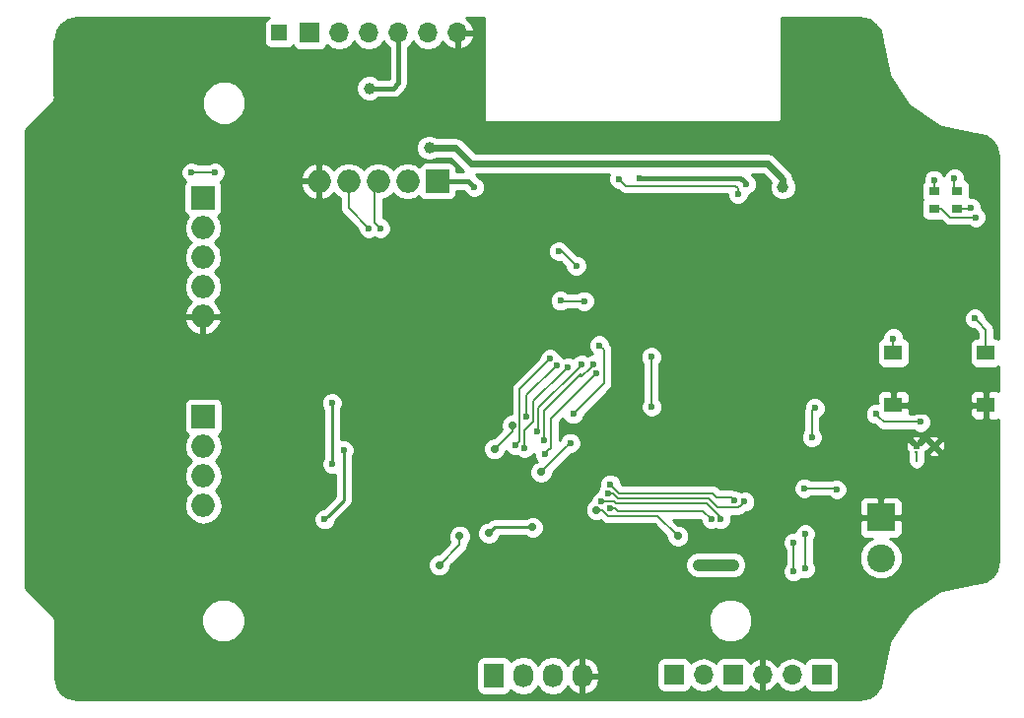
<source format=gbl>
G04 #@! TF.FileFunction,Copper,L2,Bot,Signal*
%FSLAX46Y46*%
G04 Gerber Fmt 4.6, Leading zero omitted, Abs format (unit mm)*
G04 Created by KiCad (PCBNEW 4.0.7) date 2018 November 22, Thursday 00:19:32*
%MOMM*%
%LPD*%
G01*
G04 APERTURE LIST*
%ADD10C,0.050000*%
%ADD11R,0.889000X0.762000*%
%ADD12C,2.400000*%
%ADD13R,2.400000X2.400000*%
%ADD14R,1.700000X1.700000*%
%ADD15O,1.700000X1.700000*%
%ADD16R,1.550000X1.300000*%
%ADD17O,1.998980X1.998980*%
%ADD18R,1.998980X1.998980*%
%ADD19C,0.604800*%
%ADD20C,0.609600*%
%ADD21R,1.727200X2.032000*%
%ADD22O,1.727200X2.032000*%
%ADD23R,1.350000X1.350000*%
%ADD24C,1.000000*%
%ADD25C,0.600000*%
%ADD26C,0.700000*%
%ADD27C,0.200000*%
%ADD28C,0.600000*%
%ADD29C,0.800000*%
%ADD30C,0.400000*%
%ADD31C,0.300000*%
%ADD32C,1.000000*%
%ADD33C,0.250000*%
%ADD34C,0.254000*%
G04 APERTURE END LIST*
D10*
D11*
X80990000Y44417000D03*
X80990000Y42893000D03*
X78990000Y44417000D03*
X78990000Y42893000D03*
D12*
X74440000Y12855000D03*
D13*
X74440000Y16355000D03*
D14*
X69350000Y2830000D03*
D15*
X66810000Y2830000D03*
D14*
X56650000Y2830000D03*
D15*
X59190000Y2830000D03*
D16*
X75510000Y26005000D03*
X83460000Y26005000D03*
X75510000Y30505000D03*
X83460000Y30505000D03*
D14*
X61730000Y2830000D03*
D15*
X64270000Y2830000D03*
D17*
X28710000Y45260000D03*
D18*
X36330000Y45260000D03*
D17*
X33790000Y45260000D03*
X31250000Y45260000D03*
X26170000Y45260000D03*
X16230000Y17380000D03*
D18*
X16230000Y25000000D03*
D17*
X16230000Y22460000D03*
X16230000Y19920000D03*
X16190000Y36180000D03*
D18*
X16190000Y43800000D03*
D17*
X16190000Y41260000D03*
X16190000Y38720000D03*
X16190000Y33640000D03*
D14*
X25360000Y58000000D03*
D15*
X27900000Y58000000D03*
X30440000Y58000000D03*
X32980000Y58000000D03*
X35520000Y58000000D03*
X38060000Y58000000D03*
D19*
X79000000Y22500000D03*
D20*
X77500000Y22500000D03*
D21*
X41170000Y2750000D03*
D22*
X43710000Y2750000D03*
X46250000Y2750000D03*
X48790000Y2750000D03*
D23*
X22750000Y58000000D03*
D24*
X67750000Y28500000D03*
D25*
X61750000Y30000000D03*
X62440000Y27455000D03*
X70000000Y29500000D03*
X65750000Y31250000D03*
X68250000Y47750000D03*
X67750000Y48500000D03*
X68750000Y48500000D03*
X68750000Y49500000D03*
X67740000Y49555000D03*
X67750000Y50500000D03*
X68750000Y50500000D03*
X75724982Y42489982D03*
X76724982Y41489982D03*
X71940000Y47505010D03*
X70930232Y47646255D03*
X78440000Y26455000D03*
X77440000Y26455000D03*
D26*
X36250000Y6000000D03*
D24*
X42250000Y7500000D03*
X44500000Y8750000D03*
X44500000Y10750000D03*
X49750000Y5250000D03*
X33000000Y8000000D03*
X34250000Y2000000D03*
X31750000Y2000000D03*
D25*
X51760000Y23805000D03*
D24*
X9445000Y36710000D03*
D25*
X28795000Y11460010D03*
X27795000Y11460010D03*
D24*
X24995000Y40190000D03*
X24995000Y38190000D03*
D25*
X77690000Y41455000D03*
X77690000Y42455000D03*
X74940000Y43455000D03*
X76690000Y42455000D03*
X77940000Y15455000D03*
X76940000Y15455000D03*
X76940000Y16455000D03*
X77940000Y16455000D03*
X77940000Y17455000D03*
X76940000Y17455000D03*
X72940000Y18455000D03*
X73940000Y18455000D03*
X74940000Y18455000D03*
X75940000Y18455000D03*
X76940000Y18455000D03*
X77940000Y18455000D03*
X77940000Y19455000D03*
X76940000Y19455000D03*
X75940000Y19455000D03*
X74940000Y19455000D03*
X73940000Y19455000D03*
X72940000Y19455000D03*
X72940000Y20455000D03*
X73940000Y20455000D03*
X74940000Y20455000D03*
X75940000Y20455000D03*
X75940000Y21455000D03*
X75940000Y22455000D03*
X56250000Y20000000D03*
X61440000Y19455000D03*
X61440000Y20455000D03*
X61440000Y22455000D03*
X56250000Y20000000D03*
X59440000Y14955000D03*
X65440000Y14955000D03*
X65440000Y15955000D03*
X67940000Y20955000D03*
X67940000Y21955000D03*
D24*
X62940000Y34955000D03*
X62940000Y36955000D03*
D25*
X28295000Y26690000D03*
X29295000Y25690000D03*
X28795000Y26190000D03*
X31795000Y11190000D03*
X32795000Y11190000D03*
X77440000Y25455000D03*
X80440000Y23255000D03*
X82440000Y22455000D03*
X80440000Y21455000D03*
X80440000Y22455000D03*
X69790000Y38655000D03*
X71790000Y37755000D03*
X70890000Y37755000D03*
X69790000Y37755000D03*
X68890000Y37955000D03*
X68190000Y38655000D03*
X67440000Y42955000D03*
X67440000Y44055000D03*
X68540000Y44055000D03*
X68540000Y42955000D03*
X77250000Y47500000D03*
X76240000Y48255000D03*
X76240000Y47555000D03*
X75240000Y47555000D03*
X75240000Y48255000D03*
X75240000Y49155000D03*
X73940000Y50655000D03*
X83390000Y45555000D03*
X83390000Y38555000D03*
X83340000Y12055000D03*
X81240000Y31255000D03*
X21295000Y24690000D03*
X21295000Y17440000D03*
X78440000Y25455000D03*
D24*
X58750000Y12250000D03*
X61750000Y12250000D03*
D25*
X27269990Y26190022D03*
X27295000Y20940000D03*
X48749994Y29500000D03*
X44897009Y23722942D03*
X80750000Y45500000D03*
X82190000Y42955000D03*
X45500000Y23000000D03*
X49750000Y29500000D03*
X78990000Y45355000D03*
X82590000Y42155000D03*
D24*
X66000000Y44750000D03*
X35660649Y48132869D03*
D25*
X51191377Y17157166D03*
X59865078Y16205814D03*
X50450045Y17721096D03*
X60664662Y16179662D03*
X17210000Y46005000D03*
X15210000Y46005000D03*
X70650021Y18755000D03*
X67840000Y18855000D03*
X45549272Y21799272D03*
X49947701Y28724801D03*
X82500000Y33449990D03*
X75500000Y31750000D03*
X74000000Y25250000D03*
X77840000Y24555000D03*
X68500000Y23250000D03*
X68750000Y25750000D03*
X47999998Y25250000D03*
X50240000Y31155000D03*
D26*
X42750000Y24250000D03*
X41250000Y22250000D03*
X38250000Y14750000D03*
X36500000Y12250000D03*
X40750000Y15000000D03*
X44500000Y15500000D03*
D25*
X54740000Y25855006D03*
X54705674Y30155011D03*
X48250000Y38000000D03*
X46750000Y39250000D03*
X46565694Y29434306D03*
X43999979Y25000000D03*
X47500000Y29250000D03*
X43821825Y22329631D03*
X46000000Y30000000D03*
X43046954Y22528612D03*
X31440000Y41205000D03*
X30440000Y41205000D03*
X62140000Y44154992D03*
X51940000Y45455000D03*
X46899990Y34996772D03*
X48940000Y34955000D03*
D26*
X45250000Y20250000D03*
D25*
X47750000Y22750000D03*
D26*
X57000000Y14750000D03*
X50000000Y17000000D03*
D25*
X26644990Y16189589D03*
X28319998Y22140000D03*
X51190000Y19205000D03*
X61861236Y17804977D03*
X66940000Y11705000D03*
X66940000Y14205000D03*
X67940000Y14955000D03*
X67940000Y11955000D03*
X50965888Y18395132D03*
X62710484Y17704979D03*
X39500000Y44750000D03*
D24*
X30500000Y53250000D03*
D25*
X62870157Y45004957D03*
X53690000Y45505010D03*
D27*
X77500000Y22068948D02*
X77500000Y21215000D01*
X77500000Y22068948D02*
X77440000Y22008948D01*
D28*
X70000000Y29500000D02*
X69700001Y29799999D01*
D29*
X65750000Y31250000D02*
X66000000Y31500000D01*
D30*
X68750000Y48500000D02*
X67750000Y48500000D01*
X67740000Y49555000D02*
X68695000Y49555000D01*
X68695000Y49555000D02*
X68750000Y49500000D01*
X68750000Y50500000D02*
X67750000Y50500000D01*
D27*
X77690000Y41455000D02*
X76759964Y41455000D01*
X76759964Y41455000D02*
X76724982Y41489982D01*
D30*
X77440000Y26455000D02*
X78440000Y26455000D01*
D27*
X78690000Y26205000D02*
X78440000Y25955000D01*
D30*
X16190000Y33640000D02*
X18145000Y33640000D01*
X16190000Y33640000D02*
X14645000Y33640000D01*
X16190000Y32226508D02*
X16195000Y32221508D01*
X16190000Y33640000D02*
X16190000Y32226508D01*
X64270000Y2830000D02*
X64270000Y1085000D01*
X64270000Y2830000D02*
X64270000Y4032081D01*
X64270000Y4032081D02*
X64240000Y4062081D01*
D27*
X74940000Y43455000D02*
X75440000Y43455000D01*
X75440000Y43455000D02*
X76440000Y42455000D01*
X74440000Y42455000D02*
X75440000Y42455000D01*
X67940000Y49955000D02*
X67940000Y49455000D01*
X67940000Y49455000D02*
X68440000Y48955000D01*
X76940000Y15455000D02*
X77940000Y15455000D01*
X77940000Y16455000D02*
X76940000Y16455000D01*
X76940000Y17455000D02*
X77940000Y17455000D01*
X73940000Y18455000D02*
X72940000Y18455000D01*
X75940000Y18455000D02*
X74940000Y18455000D01*
X77940000Y18455000D02*
X76940000Y18455000D01*
X77940000Y19455000D02*
X77940000Y18455000D01*
X75940000Y19455000D02*
X76940000Y19455000D01*
X73940000Y19455000D02*
X74940000Y19455000D01*
X72940000Y20455000D02*
X72940000Y19455000D01*
X75940000Y20455000D02*
X74940000Y20455000D01*
X75940000Y22455000D02*
X75940000Y21455000D01*
X61440000Y19455000D02*
X61440000Y20455000D01*
X61440000Y22455000D02*
X61440000Y20455000D01*
D30*
X65440000Y15955000D02*
X65440000Y14955000D01*
X67940000Y21955000D02*
X67940000Y20955000D01*
D29*
X62940000Y36955000D02*
X62940000Y34955000D01*
D30*
X32795000Y11190000D02*
X31795000Y11190000D01*
X77440000Y25455000D02*
X78440000Y25455000D01*
X80440000Y22455000D02*
X80440000Y21455000D01*
D31*
X71790000Y37755000D02*
X70690000Y37755000D01*
X70690000Y37755000D02*
X69790000Y38655000D01*
X69790000Y37755000D02*
X70890000Y37755000D01*
X68190000Y38655000D02*
X68890000Y37955000D01*
X67440000Y44055000D02*
X67440000Y42955000D01*
X68540000Y42955000D02*
X68540000Y44055000D01*
D30*
X76240000Y48255000D02*
X76440000Y48255000D01*
X76440000Y48255000D02*
X77140000Y47555000D01*
X75240000Y47555000D02*
X76240000Y47555000D01*
X75240000Y49155000D02*
X75240000Y48255000D01*
X68440000Y49755000D02*
X67940000Y49755000D01*
X67940000Y49755000D02*
X67740000Y49555000D01*
X68240000Y50455000D02*
X68240000Y49755000D01*
X21295000Y24190000D02*
X21295000Y24690000D01*
X21295000Y17440000D02*
X21295000Y24190000D01*
D27*
X78440000Y25879264D02*
X78440000Y25455000D01*
X78440000Y25955000D02*
X78440000Y25879264D01*
D32*
X61750000Y12250000D02*
X58750000Y12250000D01*
D33*
X27295000Y26165012D02*
X27269990Y26190022D01*
X27295000Y20940000D02*
X27295000Y26165012D01*
D27*
X44897009Y23722942D02*
X45000000Y23825933D01*
X45000000Y23825933D02*
X45000000Y25750006D01*
X45000000Y25750006D02*
X48449995Y29200001D01*
X48449995Y29200001D02*
X48749994Y29500000D01*
X80750000Y45500000D02*
X80750000Y44657000D01*
X80750000Y44657000D02*
X80990000Y44417000D01*
X80890000Y44517000D02*
X80990000Y44417000D01*
X80990000Y42893000D02*
X82128000Y42893000D01*
X82128000Y42893000D02*
X82190000Y42955000D01*
X45500000Y23424264D02*
X45500000Y23000000D01*
X48500000Y28500000D02*
X45500000Y25500000D01*
X45500000Y25500000D02*
X45500000Y23424264D01*
X49450001Y29200001D02*
X49750000Y29500000D01*
X48500000Y28500000D02*
X48750000Y28500000D01*
X48750000Y28500000D02*
X49450001Y29200001D01*
X48750000Y28750000D02*
X48500000Y28500000D01*
X78990000Y44417000D02*
X78990000Y45355000D01*
X78990000Y42893000D02*
X79634500Y42893000D01*
X79634500Y42893000D02*
X80372500Y42155000D01*
X80372500Y42155000D02*
X82590000Y42155000D01*
D28*
X66000000Y44750000D02*
X66000000Y45457106D01*
X64707106Y46750000D02*
X39250000Y46750000D01*
X39250000Y46750000D02*
X37867131Y48132869D01*
X66000000Y45457106D02*
X64707106Y46750000D01*
X37867131Y48132869D02*
X35660649Y48132869D01*
D27*
X51615641Y17157166D02*
X51191377Y17157166D01*
X51872796Y16900011D02*
X51615641Y17157166D01*
X59865078Y16205814D02*
X59170881Y16900011D01*
X59170881Y16900011D02*
X51872796Y16900011D01*
X50910380Y17757167D02*
X50874309Y17721096D01*
X60664662Y16348938D02*
X59458611Y17554989D01*
X51681556Y17554989D02*
X51479378Y17757167D01*
X51479378Y17757167D02*
X50910380Y17757167D01*
X60664662Y16179662D02*
X60664662Y16348938D01*
X59458611Y17554989D02*
X51681556Y17554989D01*
X50874309Y17721096D02*
X50450045Y17721096D01*
X15210000Y46005000D02*
X17210000Y46005000D01*
X70550021Y18855000D02*
X70650021Y18755000D01*
X67840000Y18855000D02*
X70550021Y18855000D01*
X49947701Y28724801D02*
X46100001Y24877101D01*
X45849271Y22099271D02*
X45549272Y21799272D01*
X46100001Y22350001D02*
X45849271Y22099271D01*
X46100001Y24877101D02*
X46100001Y22350001D01*
X83460000Y30505000D02*
X83460000Y32489990D01*
X82799999Y33149991D02*
X82500000Y33449990D01*
X83460000Y32489990D02*
X82799999Y33149991D01*
X75500000Y31750000D02*
X75500000Y30515000D01*
X75500000Y30515000D02*
X75510000Y30505000D01*
X74299999Y24950001D02*
X74000000Y25250000D01*
X74695000Y24555000D02*
X74299999Y24950001D01*
X77840000Y24555000D02*
X74695000Y24555000D01*
X68500000Y25500000D02*
X68750000Y25750000D01*
X68500000Y23250000D02*
X68500000Y25500000D01*
X48299997Y25549999D02*
X47999998Y25250000D01*
X50639999Y27890001D02*
X48299997Y25549999D01*
X50639999Y30755001D02*
X50639999Y27890001D01*
X50240000Y31155000D02*
X50639999Y30755001D01*
X42750000Y23755026D02*
X42750000Y24250000D01*
X42750000Y23750000D02*
X42750000Y23755026D01*
X41250000Y22250000D02*
X42750000Y23750000D01*
X36500000Y12250000D02*
X38250000Y14000000D01*
X38250000Y14000000D02*
X38250000Y14750000D01*
D33*
X41250000Y15500000D02*
X41099999Y15349999D01*
X44500000Y15500000D02*
X41250000Y15500000D01*
X41099999Y15349999D02*
X40750000Y15000000D01*
D27*
X54705674Y25889332D02*
X54740000Y25855006D01*
X54705674Y30155011D02*
X54705674Y25889332D01*
X47000000Y39250000D02*
X46750000Y39250000D01*
X48250000Y38000000D02*
X47000000Y39250000D01*
X46565694Y29434306D02*
X43999979Y26868591D01*
X43999979Y26868591D02*
X43999979Y25424264D01*
X43999979Y25424264D02*
X43999979Y25000000D01*
X44599989Y26349989D02*
X47200001Y28950001D01*
X47200001Y28950001D02*
X47500000Y29250000D01*
X44599989Y24599989D02*
X44599989Y26349989D01*
X43821825Y23821825D02*
X44599989Y24599989D01*
X43821825Y22329631D02*
X43821825Y23821825D01*
X45700001Y29700001D02*
X46000000Y30000000D01*
X43046954Y22528612D02*
X43400002Y22881660D01*
X43400002Y22881660D02*
X43400002Y24711973D01*
X43400002Y24711973D02*
X43399977Y24711998D01*
X43399977Y24711998D02*
X43399977Y27399977D01*
X43399977Y27399977D02*
X45700001Y29700001D01*
D33*
X16230000Y22460000D02*
X15525000Y22460000D01*
D27*
X31440000Y41205000D02*
X30940000Y41705000D01*
X30940000Y41705000D02*
X30940000Y44950000D01*
X30940000Y44950000D02*
X31250000Y45260000D01*
X30440000Y41205000D02*
X28710000Y42935000D01*
X28710000Y42935000D02*
X28710000Y45260000D01*
X51940000Y45455000D02*
X52540000Y44855000D01*
X62140000Y44655000D02*
X62140000Y44154992D01*
X52540000Y44855000D02*
X61940000Y44855000D01*
X61940000Y44855000D02*
X62140000Y44655000D01*
X46941762Y34955000D02*
X46899990Y34996772D01*
X48940000Y34955000D02*
X46941762Y34955000D01*
X47450001Y22450001D02*
X45250000Y20250000D01*
X47750000Y22750000D02*
X47450001Y22450001D01*
X50000000Y17000000D02*
X50500000Y17000000D01*
X50500000Y17000000D02*
X51000000Y16500000D01*
X51000000Y16500000D02*
X55250000Y16500000D01*
X55250000Y16500000D02*
X57000000Y14750000D01*
D33*
X28319998Y22140000D02*
X28319998Y17864597D01*
X26944989Y16489588D02*
X26644990Y16189589D01*
X28319998Y17864597D02*
X26944989Y16489588D01*
D27*
X51190000Y19205000D02*
X51940000Y18455000D01*
X60290024Y18104976D02*
X61561237Y18104976D01*
X59940000Y18455000D02*
X60290024Y18104976D01*
X61561237Y18104976D02*
X61861236Y17804977D01*
X51940000Y18455000D02*
X59940000Y18455000D01*
X66940000Y11705000D02*
X66940000Y14205000D01*
X51407113Y18395132D02*
X51847245Y17955000D01*
X51847245Y17955000D02*
X59624300Y17955000D01*
X59624300Y17955000D02*
X60374324Y17204976D01*
X60374324Y17204976D02*
X62210481Y17204976D01*
X50965888Y18395132D02*
X51407113Y18395132D01*
X62410485Y17404980D02*
X62710484Y17704979D01*
X62210481Y17204976D02*
X62410485Y17404980D01*
X67940000Y14955000D02*
X67940000Y11955000D01*
D30*
X36330000Y45260000D02*
X38990000Y45260000D01*
X38990000Y45260000D02*
X39500000Y44750000D01*
X30500000Y53250000D02*
X32550000Y53250000D01*
X32550000Y53250000D02*
X33000000Y53700000D01*
X33000000Y53700000D02*
X33000000Y57980000D01*
X33000000Y57980000D02*
X32980000Y58000000D01*
X62370104Y45505010D02*
X62570158Y45304956D01*
X62570158Y45304956D02*
X62870157Y45004957D01*
X53690000Y45505010D02*
X62370104Y45505010D01*
D34*
G36*
X21839683Y59278162D02*
X21623559Y59139090D01*
X21478569Y58926890D01*
X21427560Y58675000D01*
X21427560Y57325000D01*
X21471838Y57089683D01*
X21610910Y56873559D01*
X21823110Y56728569D01*
X22075000Y56677560D01*
X23425000Y56677560D01*
X23660317Y56721838D01*
X23876441Y56860910D01*
X23909915Y56909901D01*
X24045910Y56698559D01*
X24258110Y56553569D01*
X24510000Y56502560D01*
X26210000Y56502560D01*
X26445317Y56546838D01*
X26661441Y56685910D01*
X26806431Y56898110D01*
X26820086Y56965541D01*
X26849946Y56920853D01*
X27331715Y56598946D01*
X27900000Y56485907D01*
X28468285Y56598946D01*
X28950054Y56920853D01*
X29170000Y57250026D01*
X29389946Y56920853D01*
X29871715Y56598946D01*
X30440000Y56485907D01*
X31008285Y56598946D01*
X31490054Y56920853D01*
X31710000Y57250026D01*
X31929946Y56920853D01*
X32165000Y56763795D01*
X32165000Y54085000D01*
X31270189Y54085000D01*
X31143765Y54211645D01*
X30726756Y54384803D01*
X30275225Y54385197D01*
X29857914Y54212767D01*
X29538355Y53893765D01*
X29365197Y53476756D01*
X29364803Y53025225D01*
X29537233Y52607914D01*
X29856235Y52288355D01*
X30273244Y52115197D01*
X30724775Y52114803D01*
X31142086Y52287233D01*
X31270076Y52415000D01*
X32550000Y52415000D01*
X32869541Y52478561D01*
X33140434Y52659566D01*
X33590434Y53109566D01*
X33636862Y53179051D01*
X33771439Y53380459D01*
X33835000Y53700000D01*
X33835000Y56790522D01*
X34030054Y56920853D01*
X34250000Y57250026D01*
X34469946Y56920853D01*
X34951715Y56598946D01*
X35520000Y56485907D01*
X36088285Y56598946D01*
X36570054Y56920853D01*
X36797702Y57261553D01*
X36864817Y57118642D01*
X37293076Y56728355D01*
X37703110Y56558524D01*
X37933000Y56679845D01*
X37933000Y57873000D01*
X38187000Y57873000D01*
X38187000Y56679845D01*
X38416890Y56558524D01*
X38826924Y56728355D01*
X39255183Y57118642D01*
X39501486Y57643108D01*
X39380819Y57873000D01*
X38187000Y57873000D01*
X37933000Y57873000D01*
X37913000Y57873000D01*
X37913000Y58127000D01*
X37933000Y58127000D01*
X37933000Y58147000D01*
X38187000Y58147000D01*
X38187000Y58127000D01*
X39380819Y58127000D01*
X39501486Y58356892D01*
X39255183Y58881358D01*
X38826924Y59271645D01*
X38782608Y59290000D01*
X40313000Y59290000D01*
X40313000Y50455000D01*
X40321768Y50408631D01*
X40349123Y50366285D01*
X40390798Y50337918D01*
X40440226Y50328000D01*
X65750226Y50373000D01*
X65796159Y50381685D01*
X65838553Y50408965D01*
X65866994Y50450590D01*
X65877000Y50500000D01*
X65877000Y59290000D01*
X72580350Y59290000D01*
X72606609Y59279123D01*
X73419926Y59117344D01*
X73987862Y58737861D01*
X74367344Y58169926D01*
X74529123Y57356609D01*
X74578161Y57238221D01*
X75124546Y54491360D01*
X75168521Y54385197D01*
X75230561Y54235419D01*
X76856355Y51802245D01*
X77052244Y51606356D01*
X79485419Y49980561D01*
X79741360Y49874546D01*
X82488216Y49328163D01*
X82606609Y49279123D01*
X83419926Y49117344D01*
X83987862Y48737861D01*
X84367344Y48169926D01*
X84529123Y47356609D01*
X84540000Y47330350D01*
X84540000Y31715143D01*
X84486890Y31751431D01*
X84235000Y31802440D01*
X84195000Y31802440D01*
X84195000Y32489990D01*
X84139051Y32771262D01*
X83979723Y33009714D01*
X83435092Y33554345D01*
X83435162Y33635157D01*
X83293117Y33978933D01*
X83030327Y34242182D01*
X82686799Y34384828D01*
X82314833Y34385152D01*
X81971057Y34243107D01*
X81707808Y33980317D01*
X81565162Y33636789D01*
X81564838Y33264823D01*
X81706883Y32921047D01*
X81969673Y32657798D01*
X82313201Y32515152D01*
X82395463Y32515080D01*
X82725000Y32185543D01*
X82725000Y31802440D01*
X82685000Y31802440D01*
X82449683Y31758162D01*
X82233559Y31619090D01*
X82088569Y31406890D01*
X82037560Y31155000D01*
X82037560Y29855000D01*
X82081838Y29619683D01*
X82220910Y29403559D01*
X82433110Y29258569D01*
X82685000Y29207560D01*
X84235000Y29207560D01*
X84470317Y29251838D01*
X84540000Y29296678D01*
X84540000Y27215984D01*
X84361309Y27290000D01*
X83745750Y27290000D01*
X83587000Y27131250D01*
X83587000Y26132000D01*
X83607000Y26132000D01*
X83607000Y25878000D01*
X83587000Y25878000D01*
X83587000Y24878750D01*
X83745750Y24720000D01*
X84361309Y24720000D01*
X84540000Y24794016D01*
X84540000Y12669650D01*
X84529123Y12643391D01*
X84367344Y11830074D01*
X83987862Y11262139D01*
X83419926Y10882656D01*
X82606609Y10720877D01*
X82488216Y10671837D01*
X79741360Y10125454D01*
X79485419Y10019439D01*
X77052244Y8393644D01*
X76856355Y8197755D01*
X75230561Y5764581D01*
X75230561Y5764580D01*
X75124546Y5508640D01*
X74578161Y2761779D01*
X74529123Y2643391D01*
X74367344Y1830074D01*
X73987862Y1262139D01*
X73419926Y882656D01*
X72606609Y720877D01*
X72580350Y710000D01*
X5419650Y710000D01*
X5393391Y720877D01*
X4580074Y882656D01*
X4012139Y1262138D01*
X3632656Y1830074D01*
X3485000Y2572390D01*
X3485000Y3766000D01*
X39658960Y3766000D01*
X39658960Y1734000D01*
X39703238Y1498683D01*
X39842310Y1282559D01*
X40054510Y1137569D01*
X40306400Y1086560D01*
X42033600Y1086560D01*
X42268917Y1130838D01*
X42485041Y1269910D01*
X42630031Y1482110D01*
X42638400Y1523439D01*
X42650330Y1505585D01*
X43136511Y1180729D01*
X43710000Y1066655D01*
X44283489Y1180729D01*
X44769670Y1505585D01*
X44980000Y1820366D01*
X45190330Y1505585D01*
X45676511Y1180729D01*
X46250000Y1066655D01*
X46823489Y1180729D01*
X47309670Y1505585D01*
X47516461Y1815069D01*
X47887964Y1399268D01*
X48415209Y1145291D01*
X48430974Y1142642D01*
X48663000Y1263783D01*
X48663000Y2623000D01*
X48917000Y2623000D01*
X48917000Y1263783D01*
X49149026Y1142642D01*
X49164791Y1145291D01*
X49692036Y1399268D01*
X50081954Y1835680D01*
X50275184Y2388087D01*
X50130924Y2623000D01*
X48917000Y2623000D01*
X48663000Y2623000D01*
X48643000Y2623000D01*
X48643000Y2877000D01*
X48663000Y2877000D01*
X48663000Y4236217D01*
X48917000Y4236217D01*
X48917000Y2877000D01*
X50130924Y2877000D01*
X50275184Y3111913D01*
X50081954Y3664320D01*
X50067945Y3680000D01*
X55152560Y3680000D01*
X55152560Y1980000D01*
X55196838Y1744683D01*
X55335910Y1528559D01*
X55548110Y1383569D01*
X55800000Y1332560D01*
X57500000Y1332560D01*
X57735317Y1376838D01*
X57951441Y1515910D01*
X58096431Y1728110D01*
X58110086Y1795541D01*
X58139946Y1750853D01*
X58621715Y1428946D01*
X59190000Y1315907D01*
X59758285Y1428946D01*
X60240054Y1750853D01*
X60267850Y1792452D01*
X60276838Y1744683D01*
X60415910Y1528559D01*
X60628110Y1383569D01*
X60880000Y1332560D01*
X62580000Y1332560D01*
X62815317Y1376838D01*
X63031441Y1515910D01*
X63176431Y1728110D01*
X63198301Y1836107D01*
X63503076Y1558355D01*
X63913110Y1388524D01*
X64143000Y1509845D01*
X64143000Y2703000D01*
X64123000Y2703000D01*
X64123000Y2957000D01*
X64143000Y2957000D01*
X64143000Y4150155D01*
X64397000Y4150155D01*
X64397000Y2957000D01*
X64417000Y2957000D01*
X64417000Y2703000D01*
X64397000Y2703000D01*
X64397000Y1509845D01*
X64626890Y1388524D01*
X65036924Y1558355D01*
X65465183Y1948642D01*
X65532298Y2091553D01*
X65759946Y1750853D01*
X66241715Y1428946D01*
X66810000Y1315907D01*
X67378285Y1428946D01*
X67860054Y1750853D01*
X67887850Y1792452D01*
X67896838Y1744683D01*
X68035910Y1528559D01*
X68248110Y1383569D01*
X68500000Y1332560D01*
X70200000Y1332560D01*
X70435317Y1376838D01*
X70651441Y1515910D01*
X70796431Y1728110D01*
X70847440Y1980000D01*
X70847440Y3680000D01*
X70803162Y3915317D01*
X70664090Y4131441D01*
X70451890Y4276431D01*
X70200000Y4327440D01*
X68500000Y4327440D01*
X68264683Y4283162D01*
X68048559Y4144090D01*
X67903569Y3931890D01*
X67889914Y3864459D01*
X67860054Y3909147D01*
X67378285Y4231054D01*
X66810000Y4344093D01*
X66241715Y4231054D01*
X65759946Y3909147D01*
X65532298Y3568447D01*
X65465183Y3711358D01*
X65036924Y4101645D01*
X64626890Y4271476D01*
X64397000Y4150155D01*
X64143000Y4150155D01*
X63913110Y4271476D01*
X63503076Y4101645D01*
X63200063Y3825499D01*
X63183162Y3915317D01*
X63044090Y4131441D01*
X62831890Y4276431D01*
X62580000Y4327440D01*
X60880000Y4327440D01*
X60644683Y4283162D01*
X60428559Y4144090D01*
X60283569Y3931890D01*
X60269914Y3864459D01*
X60240054Y3909147D01*
X59758285Y4231054D01*
X59190000Y4344093D01*
X58621715Y4231054D01*
X58139946Y3909147D01*
X58112150Y3867548D01*
X58103162Y3915317D01*
X57964090Y4131441D01*
X57751890Y4276431D01*
X57500000Y4327440D01*
X55800000Y4327440D01*
X55564683Y4283162D01*
X55348559Y4144090D01*
X55203569Y3931890D01*
X55152560Y3680000D01*
X50067945Y3680000D01*
X49692036Y4100732D01*
X49164791Y4354709D01*
X49149026Y4357358D01*
X48917000Y4236217D01*
X48663000Y4236217D01*
X48430974Y4357358D01*
X48415209Y4354709D01*
X47887964Y4100732D01*
X47516461Y3684931D01*
X47309670Y3994415D01*
X46823489Y4319271D01*
X46250000Y4433345D01*
X45676511Y4319271D01*
X45190330Y3994415D01*
X44980000Y3679634D01*
X44769670Y3994415D01*
X44283489Y4319271D01*
X43710000Y4433345D01*
X43136511Y4319271D01*
X42650330Y3994415D01*
X42640757Y3980087D01*
X42636762Y4001317D01*
X42497690Y4217441D01*
X42285490Y4362431D01*
X42033600Y4413440D01*
X40306400Y4413440D01*
X40071083Y4369162D01*
X39854959Y4230090D01*
X39709969Y4017890D01*
X39658960Y3766000D01*
X3485000Y3766000D01*
X3485000Y7126695D01*
X16054674Y7126695D01*
X16341043Y6433628D01*
X16870839Y5902907D01*
X17563405Y5615328D01*
X18313305Y5614674D01*
X19006372Y5901043D01*
X19537093Y6430839D01*
X19824672Y7123405D01*
X19824674Y7126695D01*
X59614674Y7126695D01*
X59901043Y6433628D01*
X60430839Y5902907D01*
X61123405Y5615328D01*
X61873305Y5614674D01*
X62566372Y5901043D01*
X63097093Y6430839D01*
X63384672Y7123405D01*
X63385326Y7873305D01*
X63098957Y8566372D01*
X62569161Y9097093D01*
X61876595Y9384672D01*
X61126695Y9385326D01*
X60433628Y9098957D01*
X59902907Y8569161D01*
X59615328Y7876595D01*
X59614674Y7126695D01*
X19824674Y7126695D01*
X19825326Y7873305D01*
X19538957Y8566372D01*
X19009161Y9097093D01*
X18316595Y9384672D01*
X17566695Y9385326D01*
X16873628Y9098957D01*
X16342907Y8569161D01*
X16055328Y7876595D01*
X16054674Y7126695D01*
X3485000Y7126695D01*
X3485000Y7500000D01*
X3429051Y7781272D01*
X3269724Y8019723D01*
X985000Y10304446D01*
X985000Y12054931D01*
X35514830Y12054931D01*
X35664471Y11692771D01*
X35941314Y11415445D01*
X36303212Y11265172D01*
X36695069Y11264830D01*
X37057229Y11414471D01*
X37334555Y11691314D01*
X37473206Y12025225D01*
X57614803Y12025225D01*
X57787233Y11607914D01*
X58106235Y11288355D01*
X58523244Y11115197D01*
X58974775Y11114803D01*
X58975252Y11115000D01*
X61749009Y11115000D01*
X61974775Y11114803D01*
X62392086Y11287233D01*
X62711645Y11606235D01*
X62884803Y12023244D01*
X62885197Y12474775D01*
X62712767Y12892086D01*
X62393765Y13211645D01*
X61976756Y13384803D01*
X61525225Y13385197D01*
X61524748Y13385000D01*
X58750990Y13385000D01*
X58525225Y13385197D01*
X58107914Y13212767D01*
X57788355Y12893765D01*
X57615197Y12476756D01*
X57614803Y12025225D01*
X37473206Y12025225D01*
X37484828Y12053212D01*
X37484952Y12195506D01*
X38769724Y13480277D01*
X38929051Y13718728D01*
X38985000Y14000000D01*
X38985000Y14091932D01*
X39084555Y14191314D01*
X39234828Y14553212D01*
X39235047Y14804931D01*
X39764830Y14804931D01*
X39914471Y14442771D01*
X40191314Y14165445D01*
X40553212Y14015172D01*
X40945069Y14014830D01*
X41307229Y14164471D01*
X41584555Y14441314D01*
X41708580Y14740000D01*
X43866889Y14740000D01*
X43941314Y14665445D01*
X44303212Y14515172D01*
X44695069Y14514830D01*
X45057229Y14664471D01*
X45334555Y14941314D01*
X45484828Y15303212D01*
X45485170Y15695069D01*
X45335529Y16057229D01*
X45058686Y16334555D01*
X44696788Y16484828D01*
X44304931Y16485170D01*
X43942771Y16335529D01*
X43867110Y16260000D01*
X41250000Y16260000D01*
X41042514Y16218728D01*
X40959160Y16202148D01*
X40712599Y16037401D01*
X40660276Y15985078D01*
X40554931Y15985170D01*
X40192771Y15835529D01*
X39915445Y15558686D01*
X39765172Y15196788D01*
X39764830Y14804931D01*
X39235047Y14804931D01*
X39235170Y14945069D01*
X39085529Y15307229D01*
X38808686Y15584555D01*
X38446788Y15734828D01*
X38054931Y15735170D01*
X37692771Y15585529D01*
X37415445Y15308686D01*
X37265172Y14946788D01*
X37264830Y14554931D01*
X37411212Y14200659D01*
X36445601Y13235047D01*
X36304931Y13235170D01*
X35942771Y13085529D01*
X35665445Y12808686D01*
X35515172Y12446788D01*
X35514830Y12054931D01*
X985000Y12054931D01*
X985000Y25999490D01*
X14583070Y25999490D01*
X14583070Y24000510D01*
X14627348Y23765193D01*
X14766420Y23549069D01*
X14932473Y23435610D01*
X14719928Y23117514D01*
X14595510Y22492022D01*
X14595510Y22427978D01*
X14719928Y21802486D01*
X15074241Y21272219D01*
X15197290Y21190000D01*
X15074241Y21107781D01*
X14719928Y20577514D01*
X14595510Y19952022D01*
X14595510Y19887978D01*
X14719928Y19262486D01*
X15074241Y18732219D01*
X15197290Y18650000D01*
X15074241Y18567781D01*
X14719928Y18037514D01*
X14595510Y17412022D01*
X14595510Y17347978D01*
X14719928Y16722486D01*
X15074241Y16192219D01*
X15604508Y15837906D01*
X16230000Y15713488D01*
X16855492Y15837906D01*
X17104700Y16004422D01*
X25709828Y16004422D01*
X25851873Y15660646D01*
X26114663Y15397397D01*
X26458191Y15254751D01*
X26830157Y15254427D01*
X27173933Y15396472D01*
X27437182Y15659262D01*
X27579828Y16002790D01*
X27579869Y16049666D01*
X28335134Y16804931D01*
X49014830Y16804931D01*
X49164471Y16442771D01*
X49441314Y16165445D01*
X49803212Y16015172D01*
X50195069Y16014830D01*
X50372437Y16088117D01*
X50480277Y15980276D01*
X50718728Y15820949D01*
X51000000Y15765000D01*
X54945554Y15765000D01*
X56014953Y14695600D01*
X56014830Y14554931D01*
X56164471Y14192771D01*
X56441314Y13915445D01*
X56803212Y13765172D01*
X57195069Y13764830D01*
X57557229Y13914471D01*
X57662774Y14019833D01*
X66004838Y14019833D01*
X66146883Y13676057D01*
X66205000Y13617838D01*
X66205000Y12292419D01*
X66147808Y12235327D01*
X66005162Y11891799D01*
X66004838Y11519833D01*
X66146883Y11176057D01*
X66409673Y10912808D01*
X66753201Y10770162D01*
X67125167Y10769838D01*
X67468943Y10911883D01*
X67629052Y11071713D01*
X67753201Y11020162D01*
X68125167Y11019838D01*
X68468943Y11161883D01*
X68732192Y11424673D01*
X68874838Y11768201D01*
X68875162Y12140167D01*
X68733117Y12483943D01*
X68725477Y12491597D01*
X72604682Y12491597D01*
X72883455Y11816914D01*
X73399199Y11300270D01*
X74073395Y11020319D01*
X74803403Y11019682D01*
X75478086Y11298455D01*
X75994730Y11814199D01*
X76274681Y12488395D01*
X76275318Y13218403D01*
X75996545Y13893086D01*
X75480801Y14409730D01*
X75215242Y14520000D01*
X75766310Y14520000D01*
X75999699Y14616673D01*
X76178327Y14795302D01*
X76275000Y15028691D01*
X76275000Y16069250D01*
X76116250Y16228000D01*
X74567000Y16228000D01*
X74567000Y16208000D01*
X74313000Y16208000D01*
X74313000Y16228000D01*
X72763750Y16228000D01*
X72605000Y16069250D01*
X72605000Y15028691D01*
X72701673Y14795302D01*
X72880301Y14616673D01*
X73113690Y14520000D01*
X73664395Y14520000D01*
X73401914Y14411545D01*
X72885270Y13895801D01*
X72605319Y13221605D01*
X72604682Y12491597D01*
X68725477Y12491597D01*
X68675000Y12542162D01*
X68675000Y14367581D01*
X68732192Y14424673D01*
X68874838Y14768201D01*
X68875162Y15140167D01*
X68733117Y15483943D01*
X68470327Y15747192D01*
X68126799Y15889838D01*
X67754833Y15890162D01*
X67411057Y15748117D01*
X67147808Y15485327D01*
X67005162Y15141799D01*
X67005160Y15139944D01*
X66754833Y15140162D01*
X66411057Y14998117D01*
X66147808Y14735327D01*
X66005162Y14391799D01*
X66004838Y14019833D01*
X57662774Y14019833D01*
X57834555Y14191314D01*
X57984828Y14553212D01*
X57985170Y14945069D01*
X57835529Y15307229D01*
X57558686Y15584555D01*
X57196788Y15734828D01*
X57054495Y15734952D01*
X56624435Y16165011D01*
X58866435Y16165011D01*
X58929986Y16101459D01*
X58929916Y16020647D01*
X59071961Y15676871D01*
X59334751Y15413622D01*
X59678279Y15270976D01*
X60050245Y15270652D01*
X60233405Y15346332D01*
X60477863Y15244824D01*
X60849829Y15244500D01*
X61193605Y15386545D01*
X61456854Y15649335D01*
X61599500Y15992863D01*
X61599824Y16364829D01*
X61556378Y16469976D01*
X62210481Y16469976D01*
X62491753Y16525925D01*
X62730204Y16685253D01*
X62814839Y16769887D01*
X62895651Y16769817D01*
X63239427Y16911862D01*
X63502676Y17174652D01*
X63645322Y17518180D01*
X63645464Y17681309D01*
X72605000Y17681309D01*
X72605000Y16640750D01*
X72763750Y16482000D01*
X74313000Y16482000D01*
X74313000Y18031250D01*
X74567000Y18031250D01*
X74567000Y16482000D01*
X76116250Y16482000D01*
X76275000Y16640750D01*
X76275000Y17681309D01*
X76178327Y17914698D01*
X75999699Y18093327D01*
X75766310Y18190000D01*
X74725750Y18190000D01*
X74567000Y18031250D01*
X74313000Y18031250D01*
X74154250Y18190000D01*
X73113690Y18190000D01*
X72880301Y18093327D01*
X72701673Y17914698D01*
X72605000Y17681309D01*
X63645464Y17681309D01*
X63645646Y17890146D01*
X63503601Y18233922D01*
X63240811Y18497171D01*
X62897283Y18639817D01*
X62525317Y18640141D01*
X62400252Y18588465D01*
X62391563Y18597169D01*
X62216570Y18669833D01*
X66904838Y18669833D01*
X67046883Y18326057D01*
X67309673Y18062808D01*
X67653201Y17920162D01*
X68025167Y17919838D01*
X68368943Y18061883D01*
X68427162Y18120000D01*
X69962776Y18120000D01*
X70119694Y17962808D01*
X70463222Y17820162D01*
X70835188Y17819838D01*
X71178964Y17961883D01*
X71442213Y18224673D01*
X71584859Y18568201D01*
X71585183Y18940167D01*
X71443138Y19283943D01*
X71180348Y19547192D01*
X70836820Y19689838D01*
X70464854Y19690162D01*
X70222443Y19590000D01*
X68427419Y19590000D01*
X68370327Y19647192D01*
X68026799Y19789838D01*
X67654833Y19790162D01*
X67311057Y19648117D01*
X67047808Y19385327D01*
X66905162Y19041799D01*
X66904838Y18669833D01*
X62216570Y18669833D01*
X62048035Y18739815D01*
X61908495Y18739937D01*
X61842509Y18784027D01*
X61561237Y18839976D01*
X60594470Y18839976D01*
X60459723Y18974723D01*
X60221272Y19134051D01*
X60210106Y19136272D01*
X59940000Y19190000D01*
X52244447Y19190000D01*
X52125092Y19309355D01*
X52125162Y19390167D01*
X51983117Y19733943D01*
X51720327Y19997192D01*
X51376799Y20139838D01*
X51004833Y20140162D01*
X50661057Y19998117D01*
X50397808Y19735327D01*
X50255162Y19391799D01*
X50254838Y19019833D01*
X50258750Y19010365D01*
X50173696Y18925459D01*
X50031050Y18581931D01*
X50031031Y18559634D01*
X49921102Y18514213D01*
X49657853Y18251423D01*
X49515207Y17907895D01*
X49515170Y17865444D01*
X49442771Y17835529D01*
X49165445Y17558686D01*
X49015172Y17196788D01*
X49014830Y16804931D01*
X28335134Y16804931D01*
X28857399Y17327196D01*
X29022146Y17573757D01*
X29079998Y17864597D01*
X29079998Y21577537D01*
X29112190Y21609673D01*
X29254836Y21953201D01*
X29254924Y22054931D01*
X40264830Y22054931D01*
X40414471Y21692771D01*
X40691314Y21415445D01*
X41053212Y21265172D01*
X41445069Y21264830D01*
X41807229Y21414471D01*
X42084555Y21691314D01*
X42233267Y22049453D01*
X42253837Y21999669D01*
X42516627Y21736420D01*
X42860155Y21593774D01*
X43232121Y21593450D01*
X43234573Y21594463D01*
X43291498Y21537439D01*
X43635026Y21394793D01*
X44006992Y21394469D01*
X44350768Y21536514D01*
X44614017Y21799304D01*
X44614272Y21799918D01*
X44614110Y21614105D01*
X44756155Y21270329D01*
X44868252Y21158036D01*
X44692771Y21085529D01*
X44415445Y20808686D01*
X44265172Y20446788D01*
X44264830Y20054931D01*
X44414471Y19692771D01*
X44691314Y19415445D01*
X45053212Y19265172D01*
X45445069Y19264830D01*
X45807229Y19414471D01*
X46084555Y19691314D01*
X46234828Y20053212D01*
X46234952Y20195506D01*
X47854355Y21814908D01*
X47935167Y21814838D01*
X48278943Y21956883D01*
X48542192Y22219673D01*
X48684838Y22563201D01*
X48685162Y22935167D01*
X48631586Y23064833D01*
X67564838Y23064833D01*
X67706883Y22721057D01*
X67969673Y22457808D01*
X68313201Y22315162D01*
X68685167Y22314838D01*
X69028943Y22456883D01*
X69170532Y22598226D01*
X76546835Y22598226D01*
X76581801Y22225989D01*
X76656980Y22044490D01*
X76711360Y22040918D01*
X76705001Y22008948D01*
X76760949Y21727676D01*
X76765000Y21721613D01*
X76765000Y21215000D01*
X76820949Y20933728D01*
X76980277Y20695277D01*
X77218728Y20535949D01*
X77500000Y20480000D01*
X77781272Y20535949D01*
X78019723Y20695277D01*
X78179051Y20933728D01*
X78235000Y21215000D01*
X78235000Y21853823D01*
X78533428Y21853823D01*
X78545942Y21658978D01*
X78902351Y21549236D01*
X79273625Y21584240D01*
X79454058Y21658978D01*
X79466572Y21853823D01*
X79000000Y22320395D01*
X78533428Y21853823D01*
X78235000Y21853823D01*
X78235000Y21883402D01*
X78265603Y21914005D01*
X78235000Y21944608D01*
X78235000Y22037395D01*
X78263208Y22039248D01*
X78353823Y22033428D01*
X78820395Y22500000D01*
X79179605Y22500000D01*
X79646177Y22033428D01*
X79841022Y22045942D01*
X79950764Y22402351D01*
X79915760Y22773625D01*
X79841022Y22954058D01*
X79646177Y22966572D01*
X79179605Y22500000D01*
X78820395Y22500000D01*
X78353823Y22966572D01*
X78263208Y22960752D01*
X78147929Y22968324D01*
X77868992Y22689387D01*
X77781272Y22747999D01*
X77766994Y22750839D01*
X77603713Y22783318D01*
X77966572Y23146177D01*
X78533428Y23146177D01*
X79000000Y22679605D01*
X79466572Y23146177D01*
X79454058Y23341022D01*
X79097649Y23450764D01*
X78726375Y23415760D01*
X78545942Y23341022D01*
X78533428Y23146177D01*
X77966572Y23146177D01*
X77968324Y23147929D01*
X77955510Y23343020D01*
X77598226Y23453165D01*
X77225989Y23418199D01*
X77044490Y23343020D01*
X77031676Y23147929D01*
X77396287Y22783318D01*
X77233006Y22750839D01*
X77218728Y22747999D01*
X77131008Y22689387D01*
X76852071Y22968324D01*
X76656980Y22955510D01*
X76546835Y22598226D01*
X69170532Y22598226D01*
X69292192Y22719673D01*
X69434838Y23063201D01*
X69435162Y23435167D01*
X69293117Y23778943D01*
X69235000Y23837162D01*
X69235000Y24938726D01*
X69278943Y24956883D01*
X69387081Y25064833D01*
X73064838Y25064833D01*
X73206883Y24721057D01*
X73469673Y24457808D01*
X73813201Y24315162D01*
X73895463Y24315090D01*
X74175277Y24035276D01*
X74365597Y23908109D01*
X74413728Y23875949D01*
X74695000Y23820000D01*
X77252581Y23820000D01*
X77309673Y23762808D01*
X77653201Y23620162D01*
X78025167Y23619838D01*
X78368943Y23761883D01*
X78632192Y24024673D01*
X78774838Y24368201D01*
X78775162Y24740167D01*
X78633117Y25083943D01*
X78370327Y25347192D01*
X78026799Y25489838D01*
X77654833Y25490162D01*
X77311057Y25348117D01*
X77252838Y25290000D01*
X76920000Y25290000D01*
X76920000Y25719250D01*
X82050000Y25719250D01*
X82050000Y25228690D01*
X82146673Y24995301D01*
X82325302Y24816673D01*
X82558691Y24720000D01*
X83174250Y24720000D01*
X83333000Y24878750D01*
X83333000Y25878000D01*
X82208750Y25878000D01*
X82050000Y25719250D01*
X76920000Y25719250D01*
X76761250Y25878000D01*
X75637000Y25878000D01*
X75637000Y25858000D01*
X75383000Y25858000D01*
X75383000Y25878000D01*
X75363000Y25878000D01*
X75363000Y26132000D01*
X75383000Y26132000D01*
X75383000Y27131250D01*
X75637000Y27131250D01*
X75637000Y26132000D01*
X76761250Y26132000D01*
X76920000Y26290750D01*
X76920000Y26781310D01*
X82050000Y26781310D01*
X82050000Y26290750D01*
X82208750Y26132000D01*
X83333000Y26132000D01*
X83333000Y27131250D01*
X83174250Y27290000D01*
X82558691Y27290000D01*
X82325302Y27193327D01*
X82146673Y27014699D01*
X82050000Y26781310D01*
X76920000Y26781310D01*
X76823327Y27014699D01*
X76644698Y27193327D01*
X76411309Y27290000D01*
X75795750Y27290000D01*
X75637000Y27131250D01*
X75383000Y27131250D01*
X75224250Y27290000D01*
X74608691Y27290000D01*
X74375302Y27193327D01*
X74196673Y27014699D01*
X74100000Y26781310D01*
X74100000Y26290750D01*
X74219484Y26171266D01*
X74186799Y26184838D01*
X73814833Y26185162D01*
X73471057Y26043117D01*
X73207808Y25780327D01*
X73065162Y25436799D01*
X73064838Y25064833D01*
X69387081Y25064833D01*
X69542192Y25219673D01*
X69684838Y25563201D01*
X69685162Y25935167D01*
X69543117Y26278943D01*
X69280327Y26542192D01*
X68936799Y26684838D01*
X68564833Y26685162D01*
X68221057Y26543117D01*
X67957808Y26280327D01*
X67815162Y25936799D01*
X67815000Y25751367D01*
X67765000Y25500000D01*
X67765000Y23837419D01*
X67707808Y23780327D01*
X67565162Y23436799D01*
X67564838Y23064833D01*
X48631586Y23064833D01*
X48543117Y23278943D01*
X48280327Y23542192D01*
X47936799Y23684838D01*
X47564833Y23685162D01*
X47221057Y23543117D01*
X46957808Y23280327D01*
X46835001Y22984576D01*
X46835001Y24572655D01*
X47141540Y24879194D01*
X47206881Y24721057D01*
X47469671Y24457808D01*
X47813199Y24315162D01*
X48185165Y24314838D01*
X48528941Y24456883D01*
X48792190Y24719673D01*
X48934836Y25063201D01*
X48934908Y25145464D01*
X51159723Y27370278D01*
X51319050Y27608729D01*
X51374999Y27890001D01*
X51374999Y29969844D01*
X53770512Y29969844D01*
X53912557Y29626068D01*
X53970674Y29567849D01*
X53970674Y26408159D01*
X53947808Y26385333D01*
X53805162Y26041805D01*
X53804838Y25669839D01*
X53946883Y25326063D01*
X54209673Y25062814D01*
X54553201Y24920168D01*
X54925167Y24919844D01*
X55268943Y25061889D01*
X55532192Y25324679D01*
X55674838Y25668207D01*
X55675162Y26040173D01*
X55533117Y26383949D01*
X55440674Y26476553D01*
X55440674Y29567592D01*
X55497866Y29624684D01*
X55640512Y29968212D01*
X55640836Y30340178D01*
X55498791Y30683954D01*
X55236001Y30947203D01*
X54892473Y31089849D01*
X54520507Y31090173D01*
X54176731Y30948128D01*
X53913482Y30685338D01*
X53770836Y30341810D01*
X53770512Y29969844D01*
X51374999Y29969844D01*
X51374999Y30755001D01*
X51319050Y31036273D01*
X51239720Y31155000D01*
X74087560Y31155000D01*
X74087560Y29855000D01*
X74131838Y29619683D01*
X74270910Y29403559D01*
X74483110Y29258569D01*
X74735000Y29207560D01*
X76285000Y29207560D01*
X76520317Y29251838D01*
X76736441Y29390910D01*
X76881431Y29603110D01*
X76932440Y29855000D01*
X76932440Y31155000D01*
X76888162Y31390317D01*
X76749090Y31606441D01*
X76536890Y31751431D01*
X76435020Y31772060D01*
X76435162Y31935167D01*
X76293117Y32278943D01*
X76030327Y32542192D01*
X75686799Y32684838D01*
X75314833Y32685162D01*
X74971057Y32543117D01*
X74707808Y32280327D01*
X74565162Y31936799D01*
X74565017Y31770455D01*
X74499683Y31758162D01*
X74283559Y31619090D01*
X74138569Y31406890D01*
X74087560Y31155000D01*
X51239720Y31155000D01*
X51175085Y31251732D01*
X51175162Y31340167D01*
X51033117Y31683943D01*
X50770327Y31947192D01*
X50426799Y32089838D01*
X50054833Y32090162D01*
X49711057Y31948117D01*
X49447808Y31685327D01*
X49305162Y31341799D01*
X49304838Y30969833D01*
X49446883Y30626057D01*
X49637508Y30435099D01*
X49564833Y30435162D01*
X49249646Y30304930D01*
X48936793Y30434838D01*
X48564827Y30435162D01*
X48221051Y30293117D01*
X47987502Y30059975D01*
X47686799Y30184838D01*
X47314833Y30185162D01*
X47189133Y30133224D01*
X47096021Y30226498D01*
X46881233Y30315686D01*
X46793117Y30528943D01*
X46530327Y30792192D01*
X46186799Y30934838D01*
X45814833Y30935162D01*
X45471057Y30793117D01*
X45207808Y30530327D01*
X45065162Y30186799D01*
X45065090Y30104537D01*
X42880254Y27919700D01*
X42720926Y27681249D01*
X42664977Y27399977D01*
X42664977Y25235074D01*
X42554931Y25235170D01*
X42192771Y25085529D01*
X41915445Y24808686D01*
X41765172Y24446788D01*
X41764830Y24054931D01*
X41838117Y23877563D01*
X41195601Y23235047D01*
X41054931Y23235170D01*
X40692771Y23085529D01*
X40415445Y22808686D01*
X40265172Y22446788D01*
X40264830Y22054931D01*
X29254924Y22054931D01*
X29255160Y22325167D01*
X29113115Y22668943D01*
X28850325Y22932192D01*
X28506797Y23074838D01*
X28134831Y23075162D01*
X28055000Y23042177D01*
X28055000Y25652526D01*
X28062182Y25659695D01*
X28204828Y26003223D01*
X28205152Y26375189D01*
X28063107Y26718965D01*
X27800317Y26982214D01*
X27456789Y27124860D01*
X27084823Y27125184D01*
X26741047Y26983139D01*
X26477798Y26720349D01*
X26335152Y26376821D01*
X26334828Y26004855D01*
X26476873Y25661079D01*
X26535000Y25602850D01*
X26535000Y21502463D01*
X26502808Y21470327D01*
X26360162Y21126799D01*
X26359838Y20754833D01*
X26501883Y20411057D01*
X26764673Y20147808D01*
X27108201Y20005162D01*
X27480167Y20004838D01*
X27559998Y20037823D01*
X27559998Y18179399D01*
X26505310Y17124711D01*
X26459823Y17124751D01*
X26116047Y16982706D01*
X25852798Y16719916D01*
X25710152Y16376388D01*
X25709828Y16004422D01*
X17104700Y16004422D01*
X17385759Y16192219D01*
X17740072Y16722486D01*
X17864490Y17347978D01*
X17864490Y17412022D01*
X17740072Y18037514D01*
X17385759Y18567781D01*
X17262710Y18650000D01*
X17385759Y18732219D01*
X17740072Y19262486D01*
X17864490Y19887978D01*
X17864490Y19952022D01*
X17740072Y20577514D01*
X17385759Y21107781D01*
X17262710Y21190000D01*
X17385759Y21272219D01*
X17740072Y21802486D01*
X17864490Y22427978D01*
X17864490Y22492022D01*
X17740072Y23117514D01*
X17526547Y23437077D01*
X17680931Y23536420D01*
X17825921Y23748620D01*
X17876930Y24000510D01*
X17876930Y25999490D01*
X17832652Y26234807D01*
X17693580Y26450931D01*
X17481380Y26595921D01*
X17229490Y26646930D01*
X15230510Y26646930D01*
X14995193Y26602652D01*
X14779069Y26463580D01*
X14634079Y26251380D01*
X14583070Y25999490D01*
X985000Y25999490D01*
X985000Y33259645D01*
X14600373Y33259645D01*
X14866932Y32680274D01*
X15334916Y32247013D01*
X15809646Y32050381D01*
X16063000Y32169735D01*
X16063000Y33513000D01*
X16317000Y33513000D01*
X16317000Y32169735D01*
X16570354Y32050381D01*
X17045084Y32247013D01*
X17513068Y32680274D01*
X17779627Y33259645D01*
X17660807Y33513000D01*
X16317000Y33513000D01*
X16063000Y33513000D01*
X14719193Y33513000D01*
X14600373Y33259645D01*
X985000Y33259645D01*
X985000Y45819833D01*
X14274838Y45819833D01*
X14416883Y45476057D01*
X14679673Y45212808D01*
X14698918Y45204817D01*
X14594079Y45051380D01*
X14543070Y44799490D01*
X14543070Y42800510D01*
X14587348Y42565193D01*
X14726420Y42349069D01*
X14892473Y42235610D01*
X14679928Y41917514D01*
X14555510Y41292022D01*
X14555510Y41227978D01*
X14679928Y40602486D01*
X15034241Y40072219D01*
X15157290Y39990000D01*
X15034241Y39907781D01*
X14679928Y39377514D01*
X14555510Y38752022D01*
X14555510Y38687978D01*
X14679928Y38062486D01*
X15034241Y37532219D01*
X15157290Y37450000D01*
X15034241Y37367781D01*
X14679928Y36837514D01*
X14555510Y36212022D01*
X14555510Y36147978D01*
X14679928Y35522486D01*
X15034241Y34992219D01*
X15183300Y34892621D01*
X14866932Y34599726D01*
X14600373Y34020355D01*
X14719193Y33767000D01*
X16063000Y33767000D01*
X16063000Y33787000D01*
X16317000Y33787000D01*
X16317000Y33767000D01*
X17660807Y33767000D01*
X17779627Y34020355D01*
X17513068Y34599726D01*
X17284209Y34811605D01*
X45964828Y34811605D01*
X46106873Y34467829D01*
X46369663Y34204580D01*
X46713191Y34061934D01*
X47085157Y34061610D01*
X47428933Y34203655D01*
X47445307Y34220000D01*
X48352581Y34220000D01*
X48409673Y34162808D01*
X48753201Y34020162D01*
X49125167Y34019838D01*
X49468943Y34161883D01*
X49732192Y34424673D01*
X49874838Y34768201D01*
X49875162Y35140167D01*
X49733117Y35483943D01*
X49470327Y35747192D01*
X49126799Y35889838D01*
X48754833Y35890162D01*
X48411057Y35748117D01*
X48352838Y35690000D01*
X47529108Y35690000D01*
X47430317Y35788964D01*
X47086789Y35931610D01*
X46714823Y35931934D01*
X46371047Y35789889D01*
X46107798Y35527099D01*
X45965152Y35183571D01*
X45964828Y34811605D01*
X17284209Y34811605D01*
X17196700Y34892621D01*
X17345759Y34992219D01*
X17700072Y35522486D01*
X17824490Y36147978D01*
X17824490Y36212022D01*
X17700072Y36837514D01*
X17345759Y37367781D01*
X17222710Y37450000D01*
X17345759Y37532219D01*
X17700072Y38062486D01*
X17824490Y38687978D01*
X17824490Y38752022D01*
X17762269Y39064833D01*
X45814838Y39064833D01*
X45956883Y38721057D01*
X46219673Y38457808D01*
X46563201Y38315162D01*
X46895681Y38314872D01*
X47314908Y37895645D01*
X47314838Y37814833D01*
X47456883Y37471057D01*
X47719673Y37207808D01*
X48063201Y37065162D01*
X48435167Y37064838D01*
X48778943Y37206883D01*
X49042192Y37469673D01*
X49184838Y37813201D01*
X49185162Y38185167D01*
X49043117Y38528943D01*
X48780327Y38792192D01*
X48436799Y38934838D01*
X48354537Y38934910D01*
X47566081Y39723365D01*
X47543117Y39778943D01*
X47280327Y40042192D01*
X46936799Y40184838D01*
X46564833Y40185162D01*
X46221057Y40043117D01*
X45957808Y39780327D01*
X45815162Y39436799D01*
X45814838Y39064833D01*
X17762269Y39064833D01*
X17700072Y39377514D01*
X17345759Y39907781D01*
X17222710Y39990000D01*
X17345759Y40072219D01*
X17700072Y40602486D01*
X17824490Y41227978D01*
X17824490Y41292022D01*
X17700072Y41917514D01*
X17486547Y42237077D01*
X17640931Y42336420D01*
X17785921Y42548620D01*
X17836930Y42800510D01*
X17836930Y44799490D01*
X17821848Y44879646D01*
X24580381Y44879646D01*
X24777013Y44404916D01*
X25210274Y43936932D01*
X25789645Y43670373D01*
X26043000Y43789193D01*
X26043000Y45133000D01*
X24699735Y45133000D01*
X24580381Y44879646D01*
X17821848Y44879646D01*
X17792652Y45034807D01*
X17691359Y45192222D01*
X17738943Y45211883D01*
X18002192Y45474673D01*
X18070989Y45640354D01*
X24580381Y45640354D01*
X24699735Y45387000D01*
X26043000Y45387000D01*
X26043000Y46730807D01*
X26297000Y46730807D01*
X26297000Y45387000D01*
X26317000Y45387000D01*
X26317000Y45133000D01*
X26297000Y45133000D01*
X26297000Y43789193D01*
X26550355Y43670373D01*
X27129726Y43936932D01*
X27422621Y44253300D01*
X27522219Y44104241D01*
X27975000Y43801702D01*
X27975000Y42935000D01*
X28001437Y42802094D01*
X28030949Y42653728D01*
X28190277Y42415277D01*
X29504908Y41100645D01*
X29504838Y41019833D01*
X29646883Y40676057D01*
X29909673Y40412808D01*
X30253201Y40270162D01*
X30625167Y40269838D01*
X30940351Y40400069D01*
X31253201Y40270162D01*
X31625167Y40269838D01*
X31968943Y40411883D01*
X32232192Y40674673D01*
X32374838Y41018201D01*
X32375162Y41390167D01*
X32233117Y41733943D01*
X31970327Y41997192D01*
X31675000Y42119823D01*
X31675000Y43703678D01*
X31907514Y43749928D01*
X32437781Y44104241D01*
X32520000Y44227290D01*
X32602219Y44104241D01*
X33132486Y43749928D01*
X33757978Y43625510D01*
X33822022Y43625510D01*
X34447514Y43749928D01*
X34767077Y43963453D01*
X34866420Y43809069D01*
X35078620Y43664079D01*
X35330510Y43613070D01*
X37329490Y43613070D01*
X37564807Y43657348D01*
X37780931Y43796420D01*
X37925921Y44008620D01*
X37976930Y44260510D01*
X37976930Y44425000D01*
X38622616Y44425000D01*
X38706883Y44221057D01*
X38969673Y43957808D01*
X39313201Y43815162D01*
X39685167Y43814838D01*
X40028943Y43956883D01*
X40292192Y44219673D01*
X40434838Y44563201D01*
X40435162Y44935167D01*
X40293117Y45278943D01*
X40030327Y45542192D01*
X39788090Y45642778D01*
X39615868Y45815000D01*
X51077082Y45815000D01*
X51005162Y45641799D01*
X51004838Y45269833D01*
X51146883Y44926057D01*
X51409673Y44662808D01*
X51753201Y44520162D01*
X51835463Y44520090D01*
X52020276Y44335277D01*
X52203629Y44212765D01*
X52258728Y44175949D01*
X52540000Y44120000D01*
X61204969Y44120000D01*
X61204838Y43969825D01*
X61346883Y43626049D01*
X61609673Y43362800D01*
X61953201Y43220154D01*
X62325167Y43219830D01*
X62668943Y43361875D01*
X62932192Y43624665D01*
X63074838Y43968193D01*
X63074934Y44077897D01*
X63399100Y44211840D01*
X63662349Y44474630D01*
X63804995Y44818158D01*
X63805319Y45190124D01*
X63663274Y45533900D01*
X63400484Y45797149D01*
X63357494Y45815000D01*
X64319816Y45815000D01*
X64951124Y45183692D01*
X64865197Y44976756D01*
X64864803Y44525225D01*
X65037233Y44107914D01*
X65356235Y43788355D01*
X65773244Y43615197D01*
X66224775Y43614803D01*
X66642086Y43787233D01*
X66961645Y44106235D01*
X67134803Y44523244D01*
X67135042Y44798000D01*
X77898060Y44798000D01*
X77898060Y44036000D01*
X77942338Y43800683D01*
X78036666Y43654093D01*
X77949069Y43525890D01*
X77898060Y43274000D01*
X77898060Y42512000D01*
X77942338Y42276683D01*
X78081410Y42060559D01*
X78293610Y41915569D01*
X78545500Y41864560D01*
X79434500Y41864560D01*
X79593563Y41894490D01*
X79852777Y41635276D01*
X80091228Y41475949D01*
X80372500Y41420000D01*
X82002581Y41420000D01*
X82059673Y41362808D01*
X82403201Y41220162D01*
X82775167Y41219838D01*
X83118943Y41361883D01*
X83382192Y41624673D01*
X83524838Y41968201D01*
X83525162Y42340167D01*
X83383117Y42683943D01*
X83124990Y42942521D01*
X83125162Y43140167D01*
X82983117Y43483943D01*
X82720327Y43747192D01*
X82376799Y43889838D01*
X82052399Y43890121D01*
X82081940Y44036000D01*
X82081940Y44798000D01*
X82037662Y45033317D01*
X81898590Y45249441D01*
X81686390Y45394431D01*
X81684909Y45394731D01*
X81685162Y45685167D01*
X81543117Y46028943D01*
X81280327Y46292192D01*
X80936799Y46434838D01*
X80564833Y46435162D01*
X80221057Y46293117D01*
X79957808Y46030327D01*
X79839930Y45746446D01*
X79783117Y45883943D01*
X79520327Y46147192D01*
X79176799Y46289838D01*
X78804833Y46290162D01*
X78461057Y46148117D01*
X78197808Y45885327D01*
X78055162Y45541799D01*
X78054868Y45204733D01*
X77949069Y45049890D01*
X77898060Y44798000D01*
X67135042Y44798000D01*
X67135197Y44974775D01*
X66962767Y45392086D01*
X66935000Y45419901D01*
X66935000Y45457106D01*
X66863827Y45814915D01*
X66661145Y46118251D01*
X65368251Y47411145D01*
X65064915Y47613827D01*
X64707106Y47685000D01*
X39637290Y47685000D01*
X38528276Y48794014D01*
X38224940Y48996696D01*
X37867131Y49067869D01*
X36331013Y49067869D01*
X36304414Y49094514D01*
X35887405Y49267672D01*
X35435874Y49268066D01*
X35018563Y49095636D01*
X34699004Y48776634D01*
X34525846Y48359625D01*
X34525452Y47908094D01*
X34697882Y47490783D01*
X35016884Y47171224D01*
X35433893Y46998066D01*
X35885424Y46997672D01*
X36302735Y47170102D01*
X36330550Y47197869D01*
X37479841Y47197869D01*
X38582710Y46095000D01*
X37976930Y46095000D01*
X37976930Y46259490D01*
X37932652Y46494807D01*
X37793580Y46710931D01*
X37581380Y46855921D01*
X37329490Y46906930D01*
X36571663Y46906930D01*
X36330000Y46955000D01*
X36088337Y46906930D01*
X35330510Y46906930D01*
X35095193Y46862652D01*
X34879069Y46723580D01*
X34765610Y46557527D01*
X34447514Y46770072D01*
X33822022Y46894490D01*
X33757978Y46894490D01*
X33132486Y46770072D01*
X32602219Y46415759D01*
X32520000Y46292710D01*
X32437781Y46415759D01*
X31907514Y46770072D01*
X31282022Y46894490D01*
X31217978Y46894490D01*
X30592486Y46770072D01*
X30062219Y46415759D01*
X29980000Y46292710D01*
X29897781Y46415759D01*
X29367514Y46770072D01*
X28742022Y46894490D01*
X28677978Y46894490D01*
X28052486Y46770072D01*
X27522219Y46415759D01*
X27422621Y46266700D01*
X27129726Y46583068D01*
X26550355Y46849627D01*
X26297000Y46730807D01*
X26043000Y46730807D01*
X25789645Y46849627D01*
X25210274Y46583068D01*
X24777013Y46115084D01*
X24580381Y45640354D01*
X18070989Y45640354D01*
X18144838Y45818201D01*
X18145162Y46190167D01*
X18003117Y46533943D01*
X17740327Y46797192D01*
X17396799Y46939838D01*
X17024833Y46940162D01*
X16681057Y46798117D01*
X16622838Y46740000D01*
X15797419Y46740000D01*
X15740327Y46797192D01*
X15396799Y46939838D01*
X15024833Y46940162D01*
X14681057Y46798117D01*
X14417808Y46535327D01*
X14275162Y46191799D01*
X14274838Y45819833D01*
X985000Y45819833D01*
X985000Y49695554D01*
X2916141Y51626695D01*
X16114674Y51626695D01*
X16401043Y50933628D01*
X16930839Y50402907D01*
X17623405Y50115328D01*
X18373305Y50114674D01*
X19066372Y50401043D01*
X19597093Y50930839D01*
X19884672Y51623405D01*
X19885326Y52373305D01*
X19598957Y53066372D01*
X19069161Y53597093D01*
X18376595Y53884672D01*
X17626695Y53885326D01*
X16933628Y53598957D01*
X16402907Y53069161D01*
X16115328Y52376595D01*
X16114674Y51626695D01*
X2916141Y51626695D01*
X3269724Y51980277D01*
X3429051Y52218728D01*
X3484999Y52500000D01*
X3460000Y52625680D01*
X3460000Y57330350D01*
X3470877Y57356609D01*
X3632656Y58169926D01*
X4012139Y58737862D01*
X4580074Y59117344D01*
X5393391Y59279123D01*
X5419650Y59290000D01*
X21902596Y59290000D01*
X21839683Y59278162D01*
X21839683Y59278162D01*
G37*
X21839683Y59278162D02*
X21623559Y59139090D01*
X21478569Y58926890D01*
X21427560Y58675000D01*
X21427560Y57325000D01*
X21471838Y57089683D01*
X21610910Y56873559D01*
X21823110Y56728569D01*
X22075000Y56677560D01*
X23425000Y56677560D01*
X23660317Y56721838D01*
X23876441Y56860910D01*
X23909915Y56909901D01*
X24045910Y56698559D01*
X24258110Y56553569D01*
X24510000Y56502560D01*
X26210000Y56502560D01*
X26445317Y56546838D01*
X26661441Y56685910D01*
X26806431Y56898110D01*
X26820086Y56965541D01*
X26849946Y56920853D01*
X27331715Y56598946D01*
X27900000Y56485907D01*
X28468285Y56598946D01*
X28950054Y56920853D01*
X29170000Y57250026D01*
X29389946Y56920853D01*
X29871715Y56598946D01*
X30440000Y56485907D01*
X31008285Y56598946D01*
X31490054Y56920853D01*
X31710000Y57250026D01*
X31929946Y56920853D01*
X32165000Y56763795D01*
X32165000Y54085000D01*
X31270189Y54085000D01*
X31143765Y54211645D01*
X30726756Y54384803D01*
X30275225Y54385197D01*
X29857914Y54212767D01*
X29538355Y53893765D01*
X29365197Y53476756D01*
X29364803Y53025225D01*
X29537233Y52607914D01*
X29856235Y52288355D01*
X30273244Y52115197D01*
X30724775Y52114803D01*
X31142086Y52287233D01*
X31270076Y52415000D01*
X32550000Y52415000D01*
X32869541Y52478561D01*
X33140434Y52659566D01*
X33590434Y53109566D01*
X33636862Y53179051D01*
X33771439Y53380459D01*
X33835000Y53700000D01*
X33835000Y56790522D01*
X34030054Y56920853D01*
X34250000Y57250026D01*
X34469946Y56920853D01*
X34951715Y56598946D01*
X35520000Y56485907D01*
X36088285Y56598946D01*
X36570054Y56920853D01*
X36797702Y57261553D01*
X36864817Y57118642D01*
X37293076Y56728355D01*
X37703110Y56558524D01*
X37933000Y56679845D01*
X37933000Y57873000D01*
X38187000Y57873000D01*
X38187000Y56679845D01*
X38416890Y56558524D01*
X38826924Y56728355D01*
X39255183Y57118642D01*
X39501486Y57643108D01*
X39380819Y57873000D01*
X38187000Y57873000D01*
X37933000Y57873000D01*
X37913000Y57873000D01*
X37913000Y58127000D01*
X37933000Y58127000D01*
X37933000Y58147000D01*
X38187000Y58147000D01*
X38187000Y58127000D01*
X39380819Y58127000D01*
X39501486Y58356892D01*
X39255183Y58881358D01*
X38826924Y59271645D01*
X38782608Y59290000D01*
X40313000Y59290000D01*
X40313000Y50455000D01*
X40321768Y50408631D01*
X40349123Y50366285D01*
X40390798Y50337918D01*
X40440226Y50328000D01*
X65750226Y50373000D01*
X65796159Y50381685D01*
X65838553Y50408965D01*
X65866994Y50450590D01*
X65877000Y50500000D01*
X65877000Y59290000D01*
X72580350Y59290000D01*
X72606609Y59279123D01*
X73419926Y59117344D01*
X73987862Y58737861D01*
X74367344Y58169926D01*
X74529123Y57356609D01*
X74578161Y57238221D01*
X75124546Y54491360D01*
X75168521Y54385197D01*
X75230561Y54235419D01*
X76856355Y51802245D01*
X77052244Y51606356D01*
X79485419Y49980561D01*
X79741360Y49874546D01*
X82488216Y49328163D01*
X82606609Y49279123D01*
X83419926Y49117344D01*
X83987862Y48737861D01*
X84367344Y48169926D01*
X84529123Y47356609D01*
X84540000Y47330350D01*
X84540000Y31715143D01*
X84486890Y31751431D01*
X84235000Y31802440D01*
X84195000Y31802440D01*
X84195000Y32489990D01*
X84139051Y32771262D01*
X83979723Y33009714D01*
X83435092Y33554345D01*
X83435162Y33635157D01*
X83293117Y33978933D01*
X83030327Y34242182D01*
X82686799Y34384828D01*
X82314833Y34385152D01*
X81971057Y34243107D01*
X81707808Y33980317D01*
X81565162Y33636789D01*
X81564838Y33264823D01*
X81706883Y32921047D01*
X81969673Y32657798D01*
X82313201Y32515152D01*
X82395463Y32515080D01*
X82725000Y32185543D01*
X82725000Y31802440D01*
X82685000Y31802440D01*
X82449683Y31758162D01*
X82233559Y31619090D01*
X82088569Y31406890D01*
X82037560Y31155000D01*
X82037560Y29855000D01*
X82081838Y29619683D01*
X82220910Y29403559D01*
X82433110Y29258569D01*
X82685000Y29207560D01*
X84235000Y29207560D01*
X84470317Y29251838D01*
X84540000Y29296678D01*
X84540000Y27215984D01*
X84361309Y27290000D01*
X83745750Y27290000D01*
X83587000Y27131250D01*
X83587000Y26132000D01*
X83607000Y26132000D01*
X83607000Y25878000D01*
X83587000Y25878000D01*
X83587000Y24878750D01*
X83745750Y24720000D01*
X84361309Y24720000D01*
X84540000Y24794016D01*
X84540000Y12669650D01*
X84529123Y12643391D01*
X84367344Y11830074D01*
X83987862Y11262139D01*
X83419926Y10882656D01*
X82606609Y10720877D01*
X82488216Y10671837D01*
X79741360Y10125454D01*
X79485419Y10019439D01*
X77052244Y8393644D01*
X76856355Y8197755D01*
X75230561Y5764581D01*
X75230561Y5764580D01*
X75124546Y5508640D01*
X74578161Y2761779D01*
X74529123Y2643391D01*
X74367344Y1830074D01*
X73987862Y1262139D01*
X73419926Y882656D01*
X72606609Y720877D01*
X72580350Y710000D01*
X5419650Y710000D01*
X5393391Y720877D01*
X4580074Y882656D01*
X4012139Y1262138D01*
X3632656Y1830074D01*
X3485000Y2572390D01*
X3485000Y3766000D01*
X39658960Y3766000D01*
X39658960Y1734000D01*
X39703238Y1498683D01*
X39842310Y1282559D01*
X40054510Y1137569D01*
X40306400Y1086560D01*
X42033600Y1086560D01*
X42268917Y1130838D01*
X42485041Y1269910D01*
X42630031Y1482110D01*
X42638400Y1523439D01*
X42650330Y1505585D01*
X43136511Y1180729D01*
X43710000Y1066655D01*
X44283489Y1180729D01*
X44769670Y1505585D01*
X44980000Y1820366D01*
X45190330Y1505585D01*
X45676511Y1180729D01*
X46250000Y1066655D01*
X46823489Y1180729D01*
X47309670Y1505585D01*
X47516461Y1815069D01*
X47887964Y1399268D01*
X48415209Y1145291D01*
X48430974Y1142642D01*
X48663000Y1263783D01*
X48663000Y2623000D01*
X48917000Y2623000D01*
X48917000Y1263783D01*
X49149026Y1142642D01*
X49164791Y1145291D01*
X49692036Y1399268D01*
X50081954Y1835680D01*
X50275184Y2388087D01*
X50130924Y2623000D01*
X48917000Y2623000D01*
X48663000Y2623000D01*
X48643000Y2623000D01*
X48643000Y2877000D01*
X48663000Y2877000D01*
X48663000Y4236217D01*
X48917000Y4236217D01*
X48917000Y2877000D01*
X50130924Y2877000D01*
X50275184Y3111913D01*
X50081954Y3664320D01*
X50067945Y3680000D01*
X55152560Y3680000D01*
X55152560Y1980000D01*
X55196838Y1744683D01*
X55335910Y1528559D01*
X55548110Y1383569D01*
X55800000Y1332560D01*
X57500000Y1332560D01*
X57735317Y1376838D01*
X57951441Y1515910D01*
X58096431Y1728110D01*
X58110086Y1795541D01*
X58139946Y1750853D01*
X58621715Y1428946D01*
X59190000Y1315907D01*
X59758285Y1428946D01*
X60240054Y1750853D01*
X60267850Y1792452D01*
X60276838Y1744683D01*
X60415910Y1528559D01*
X60628110Y1383569D01*
X60880000Y1332560D01*
X62580000Y1332560D01*
X62815317Y1376838D01*
X63031441Y1515910D01*
X63176431Y1728110D01*
X63198301Y1836107D01*
X63503076Y1558355D01*
X63913110Y1388524D01*
X64143000Y1509845D01*
X64143000Y2703000D01*
X64123000Y2703000D01*
X64123000Y2957000D01*
X64143000Y2957000D01*
X64143000Y4150155D01*
X64397000Y4150155D01*
X64397000Y2957000D01*
X64417000Y2957000D01*
X64417000Y2703000D01*
X64397000Y2703000D01*
X64397000Y1509845D01*
X64626890Y1388524D01*
X65036924Y1558355D01*
X65465183Y1948642D01*
X65532298Y2091553D01*
X65759946Y1750853D01*
X66241715Y1428946D01*
X66810000Y1315907D01*
X67378285Y1428946D01*
X67860054Y1750853D01*
X67887850Y1792452D01*
X67896838Y1744683D01*
X68035910Y1528559D01*
X68248110Y1383569D01*
X68500000Y1332560D01*
X70200000Y1332560D01*
X70435317Y1376838D01*
X70651441Y1515910D01*
X70796431Y1728110D01*
X70847440Y1980000D01*
X70847440Y3680000D01*
X70803162Y3915317D01*
X70664090Y4131441D01*
X70451890Y4276431D01*
X70200000Y4327440D01*
X68500000Y4327440D01*
X68264683Y4283162D01*
X68048559Y4144090D01*
X67903569Y3931890D01*
X67889914Y3864459D01*
X67860054Y3909147D01*
X67378285Y4231054D01*
X66810000Y4344093D01*
X66241715Y4231054D01*
X65759946Y3909147D01*
X65532298Y3568447D01*
X65465183Y3711358D01*
X65036924Y4101645D01*
X64626890Y4271476D01*
X64397000Y4150155D01*
X64143000Y4150155D01*
X63913110Y4271476D01*
X63503076Y4101645D01*
X63200063Y3825499D01*
X63183162Y3915317D01*
X63044090Y4131441D01*
X62831890Y4276431D01*
X62580000Y4327440D01*
X60880000Y4327440D01*
X60644683Y4283162D01*
X60428559Y4144090D01*
X60283569Y3931890D01*
X60269914Y3864459D01*
X60240054Y3909147D01*
X59758285Y4231054D01*
X59190000Y4344093D01*
X58621715Y4231054D01*
X58139946Y3909147D01*
X58112150Y3867548D01*
X58103162Y3915317D01*
X57964090Y4131441D01*
X57751890Y4276431D01*
X57500000Y4327440D01*
X55800000Y4327440D01*
X55564683Y4283162D01*
X55348559Y4144090D01*
X55203569Y3931890D01*
X55152560Y3680000D01*
X50067945Y3680000D01*
X49692036Y4100732D01*
X49164791Y4354709D01*
X49149026Y4357358D01*
X48917000Y4236217D01*
X48663000Y4236217D01*
X48430974Y4357358D01*
X48415209Y4354709D01*
X47887964Y4100732D01*
X47516461Y3684931D01*
X47309670Y3994415D01*
X46823489Y4319271D01*
X46250000Y4433345D01*
X45676511Y4319271D01*
X45190330Y3994415D01*
X44980000Y3679634D01*
X44769670Y3994415D01*
X44283489Y4319271D01*
X43710000Y4433345D01*
X43136511Y4319271D01*
X42650330Y3994415D01*
X42640757Y3980087D01*
X42636762Y4001317D01*
X42497690Y4217441D01*
X42285490Y4362431D01*
X42033600Y4413440D01*
X40306400Y4413440D01*
X40071083Y4369162D01*
X39854959Y4230090D01*
X39709969Y4017890D01*
X39658960Y3766000D01*
X3485000Y3766000D01*
X3485000Y7126695D01*
X16054674Y7126695D01*
X16341043Y6433628D01*
X16870839Y5902907D01*
X17563405Y5615328D01*
X18313305Y5614674D01*
X19006372Y5901043D01*
X19537093Y6430839D01*
X19824672Y7123405D01*
X19824674Y7126695D01*
X59614674Y7126695D01*
X59901043Y6433628D01*
X60430839Y5902907D01*
X61123405Y5615328D01*
X61873305Y5614674D01*
X62566372Y5901043D01*
X63097093Y6430839D01*
X63384672Y7123405D01*
X63385326Y7873305D01*
X63098957Y8566372D01*
X62569161Y9097093D01*
X61876595Y9384672D01*
X61126695Y9385326D01*
X60433628Y9098957D01*
X59902907Y8569161D01*
X59615328Y7876595D01*
X59614674Y7126695D01*
X19824674Y7126695D01*
X19825326Y7873305D01*
X19538957Y8566372D01*
X19009161Y9097093D01*
X18316595Y9384672D01*
X17566695Y9385326D01*
X16873628Y9098957D01*
X16342907Y8569161D01*
X16055328Y7876595D01*
X16054674Y7126695D01*
X3485000Y7126695D01*
X3485000Y7500000D01*
X3429051Y7781272D01*
X3269724Y8019723D01*
X985000Y10304446D01*
X985000Y12054931D01*
X35514830Y12054931D01*
X35664471Y11692771D01*
X35941314Y11415445D01*
X36303212Y11265172D01*
X36695069Y11264830D01*
X37057229Y11414471D01*
X37334555Y11691314D01*
X37473206Y12025225D01*
X57614803Y12025225D01*
X57787233Y11607914D01*
X58106235Y11288355D01*
X58523244Y11115197D01*
X58974775Y11114803D01*
X58975252Y11115000D01*
X61749009Y11115000D01*
X61974775Y11114803D01*
X62392086Y11287233D01*
X62711645Y11606235D01*
X62884803Y12023244D01*
X62885197Y12474775D01*
X62712767Y12892086D01*
X62393765Y13211645D01*
X61976756Y13384803D01*
X61525225Y13385197D01*
X61524748Y13385000D01*
X58750990Y13385000D01*
X58525225Y13385197D01*
X58107914Y13212767D01*
X57788355Y12893765D01*
X57615197Y12476756D01*
X57614803Y12025225D01*
X37473206Y12025225D01*
X37484828Y12053212D01*
X37484952Y12195506D01*
X38769724Y13480277D01*
X38929051Y13718728D01*
X38985000Y14000000D01*
X38985000Y14091932D01*
X39084555Y14191314D01*
X39234828Y14553212D01*
X39235047Y14804931D01*
X39764830Y14804931D01*
X39914471Y14442771D01*
X40191314Y14165445D01*
X40553212Y14015172D01*
X40945069Y14014830D01*
X41307229Y14164471D01*
X41584555Y14441314D01*
X41708580Y14740000D01*
X43866889Y14740000D01*
X43941314Y14665445D01*
X44303212Y14515172D01*
X44695069Y14514830D01*
X45057229Y14664471D01*
X45334555Y14941314D01*
X45484828Y15303212D01*
X45485170Y15695069D01*
X45335529Y16057229D01*
X45058686Y16334555D01*
X44696788Y16484828D01*
X44304931Y16485170D01*
X43942771Y16335529D01*
X43867110Y16260000D01*
X41250000Y16260000D01*
X41042514Y16218728D01*
X40959160Y16202148D01*
X40712599Y16037401D01*
X40660276Y15985078D01*
X40554931Y15985170D01*
X40192771Y15835529D01*
X39915445Y15558686D01*
X39765172Y15196788D01*
X39764830Y14804931D01*
X39235047Y14804931D01*
X39235170Y14945069D01*
X39085529Y15307229D01*
X38808686Y15584555D01*
X38446788Y15734828D01*
X38054931Y15735170D01*
X37692771Y15585529D01*
X37415445Y15308686D01*
X37265172Y14946788D01*
X37264830Y14554931D01*
X37411212Y14200659D01*
X36445601Y13235047D01*
X36304931Y13235170D01*
X35942771Y13085529D01*
X35665445Y12808686D01*
X35515172Y12446788D01*
X35514830Y12054931D01*
X985000Y12054931D01*
X985000Y25999490D01*
X14583070Y25999490D01*
X14583070Y24000510D01*
X14627348Y23765193D01*
X14766420Y23549069D01*
X14932473Y23435610D01*
X14719928Y23117514D01*
X14595510Y22492022D01*
X14595510Y22427978D01*
X14719928Y21802486D01*
X15074241Y21272219D01*
X15197290Y21190000D01*
X15074241Y21107781D01*
X14719928Y20577514D01*
X14595510Y19952022D01*
X14595510Y19887978D01*
X14719928Y19262486D01*
X15074241Y18732219D01*
X15197290Y18650000D01*
X15074241Y18567781D01*
X14719928Y18037514D01*
X14595510Y17412022D01*
X14595510Y17347978D01*
X14719928Y16722486D01*
X15074241Y16192219D01*
X15604508Y15837906D01*
X16230000Y15713488D01*
X16855492Y15837906D01*
X17104700Y16004422D01*
X25709828Y16004422D01*
X25851873Y15660646D01*
X26114663Y15397397D01*
X26458191Y15254751D01*
X26830157Y15254427D01*
X27173933Y15396472D01*
X27437182Y15659262D01*
X27579828Y16002790D01*
X27579869Y16049666D01*
X28335134Y16804931D01*
X49014830Y16804931D01*
X49164471Y16442771D01*
X49441314Y16165445D01*
X49803212Y16015172D01*
X50195069Y16014830D01*
X50372437Y16088117D01*
X50480277Y15980276D01*
X50718728Y15820949D01*
X51000000Y15765000D01*
X54945554Y15765000D01*
X56014953Y14695600D01*
X56014830Y14554931D01*
X56164471Y14192771D01*
X56441314Y13915445D01*
X56803212Y13765172D01*
X57195069Y13764830D01*
X57557229Y13914471D01*
X57662774Y14019833D01*
X66004838Y14019833D01*
X66146883Y13676057D01*
X66205000Y13617838D01*
X66205000Y12292419D01*
X66147808Y12235327D01*
X66005162Y11891799D01*
X66004838Y11519833D01*
X66146883Y11176057D01*
X66409673Y10912808D01*
X66753201Y10770162D01*
X67125167Y10769838D01*
X67468943Y10911883D01*
X67629052Y11071713D01*
X67753201Y11020162D01*
X68125167Y11019838D01*
X68468943Y11161883D01*
X68732192Y11424673D01*
X68874838Y11768201D01*
X68875162Y12140167D01*
X68733117Y12483943D01*
X68725477Y12491597D01*
X72604682Y12491597D01*
X72883455Y11816914D01*
X73399199Y11300270D01*
X74073395Y11020319D01*
X74803403Y11019682D01*
X75478086Y11298455D01*
X75994730Y11814199D01*
X76274681Y12488395D01*
X76275318Y13218403D01*
X75996545Y13893086D01*
X75480801Y14409730D01*
X75215242Y14520000D01*
X75766310Y14520000D01*
X75999699Y14616673D01*
X76178327Y14795302D01*
X76275000Y15028691D01*
X76275000Y16069250D01*
X76116250Y16228000D01*
X74567000Y16228000D01*
X74567000Y16208000D01*
X74313000Y16208000D01*
X74313000Y16228000D01*
X72763750Y16228000D01*
X72605000Y16069250D01*
X72605000Y15028691D01*
X72701673Y14795302D01*
X72880301Y14616673D01*
X73113690Y14520000D01*
X73664395Y14520000D01*
X73401914Y14411545D01*
X72885270Y13895801D01*
X72605319Y13221605D01*
X72604682Y12491597D01*
X68725477Y12491597D01*
X68675000Y12542162D01*
X68675000Y14367581D01*
X68732192Y14424673D01*
X68874838Y14768201D01*
X68875162Y15140167D01*
X68733117Y15483943D01*
X68470327Y15747192D01*
X68126799Y15889838D01*
X67754833Y15890162D01*
X67411057Y15748117D01*
X67147808Y15485327D01*
X67005162Y15141799D01*
X67005160Y15139944D01*
X66754833Y15140162D01*
X66411057Y14998117D01*
X66147808Y14735327D01*
X66005162Y14391799D01*
X66004838Y14019833D01*
X57662774Y14019833D01*
X57834555Y14191314D01*
X57984828Y14553212D01*
X57985170Y14945069D01*
X57835529Y15307229D01*
X57558686Y15584555D01*
X57196788Y15734828D01*
X57054495Y15734952D01*
X56624435Y16165011D01*
X58866435Y16165011D01*
X58929986Y16101459D01*
X58929916Y16020647D01*
X59071961Y15676871D01*
X59334751Y15413622D01*
X59678279Y15270976D01*
X60050245Y15270652D01*
X60233405Y15346332D01*
X60477863Y15244824D01*
X60849829Y15244500D01*
X61193605Y15386545D01*
X61456854Y15649335D01*
X61599500Y15992863D01*
X61599824Y16364829D01*
X61556378Y16469976D01*
X62210481Y16469976D01*
X62491753Y16525925D01*
X62730204Y16685253D01*
X62814839Y16769887D01*
X62895651Y16769817D01*
X63239427Y16911862D01*
X63502676Y17174652D01*
X63645322Y17518180D01*
X63645464Y17681309D01*
X72605000Y17681309D01*
X72605000Y16640750D01*
X72763750Y16482000D01*
X74313000Y16482000D01*
X74313000Y18031250D01*
X74567000Y18031250D01*
X74567000Y16482000D01*
X76116250Y16482000D01*
X76275000Y16640750D01*
X76275000Y17681309D01*
X76178327Y17914698D01*
X75999699Y18093327D01*
X75766310Y18190000D01*
X74725750Y18190000D01*
X74567000Y18031250D01*
X74313000Y18031250D01*
X74154250Y18190000D01*
X73113690Y18190000D01*
X72880301Y18093327D01*
X72701673Y17914698D01*
X72605000Y17681309D01*
X63645464Y17681309D01*
X63645646Y17890146D01*
X63503601Y18233922D01*
X63240811Y18497171D01*
X62897283Y18639817D01*
X62525317Y18640141D01*
X62400252Y18588465D01*
X62391563Y18597169D01*
X62216570Y18669833D01*
X66904838Y18669833D01*
X67046883Y18326057D01*
X67309673Y18062808D01*
X67653201Y17920162D01*
X68025167Y17919838D01*
X68368943Y18061883D01*
X68427162Y18120000D01*
X69962776Y18120000D01*
X70119694Y17962808D01*
X70463222Y17820162D01*
X70835188Y17819838D01*
X71178964Y17961883D01*
X71442213Y18224673D01*
X71584859Y18568201D01*
X71585183Y18940167D01*
X71443138Y19283943D01*
X71180348Y19547192D01*
X70836820Y19689838D01*
X70464854Y19690162D01*
X70222443Y19590000D01*
X68427419Y19590000D01*
X68370327Y19647192D01*
X68026799Y19789838D01*
X67654833Y19790162D01*
X67311057Y19648117D01*
X67047808Y19385327D01*
X66905162Y19041799D01*
X66904838Y18669833D01*
X62216570Y18669833D01*
X62048035Y18739815D01*
X61908495Y18739937D01*
X61842509Y18784027D01*
X61561237Y18839976D01*
X60594470Y18839976D01*
X60459723Y18974723D01*
X60221272Y19134051D01*
X60210106Y19136272D01*
X59940000Y19190000D01*
X52244447Y19190000D01*
X52125092Y19309355D01*
X52125162Y19390167D01*
X51983117Y19733943D01*
X51720327Y19997192D01*
X51376799Y20139838D01*
X51004833Y20140162D01*
X50661057Y19998117D01*
X50397808Y19735327D01*
X50255162Y19391799D01*
X50254838Y19019833D01*
X50258750Y19010365D01*
X50173696Y18925459D01*
X50031050Y18581931D01*
X50031031Y18559634D01*
X49921102Y18514213D01*
X49657853Y18251423D01*
X49515207Y17907895D01*
X49515170Y17865444D01*
X49442771Y17835529D01*
X49165445Y17558686D01*
X49015172Y17196788D01*
X49014830Y16804931D01*
X28335134Y16804931D01*
X28857399Y17327196D01*
X29022146Y17573757D01*
X29079998Y17864597D01*
X29079998Y21577537D01*
X29112190Y21609673D01*
X29254836Y21953201D01*
X29254924Y22054931D01*
X40264830Y22054931D01*
X40414471Y21692771D01*
X40691314Y21415445D01*
X41053212Y21265172D01*
X41445069Y21264830D01*
X41807229Y21414471D01*
X42084555Y21691314D01*
X42233267Y22049453D01*
X42253837Y21999669D01*
X42516627Y21736420D01*
X42860155Y21593774D01*
X43232121Y21593450D01*
X43234573Y21594463D01*
X43291498Y21537439D01*
X43635026Y21394793D01*
X44006992Y21394469D01*
X44350768Y21536514D01*
X44614017Y21799304D01*
X44614272Y21799918D01*
X44614110Y21614105D01*
X44756155Y21270329D01*
X44868252Y21158036D01*
X44692771Y21085529D01*
X44415445Y20808686D01*
X44265172Y20446788D01*
X44264830Y20054931D01*
X44414471Y19692771D01*
X44691314Y19415445D01*
X45053212Y19265172D01*
X45445069Y19264830D01*
X45807229Y19414471D01*
X46084555Y19691314D01*
X46234828Y20053212D01*
X46234952Y20195506D01*
X47854355Y21814908D01*
X47935167Y21814838D01*
X48278943Y21956883D01*
X48542192Y22219673D01*
X48684838Y22563201D01*
X48685162Y22935167D01*
X48631586Y23064833D01*
X67564838Y23064833D01*
X67706883Y22721057D01*
X67969673Y22457808D01*
X68313201Y22315162D01*
X68685167Y22314838D01*
X69028943Y22456883D01*
X69170532Y22598226D01*
X76546835Y22598226D01*
X76581801Y22225989D01*
X76656980Y22044490D01*
X76711360Y22040918D01*
X76705001Y22008948D01*
X76760949Y21727676D01*
X76765000Y21721613D01*
X76765000Y21215000D01*
X76820949Y20933728D01*
X76980277Y20695277D01*
X77218728Y20535949D01*
X77500000Y20480000D01*
X77781272Y20535949D01*
X78019723Y20695277D01*
X78179051Y20933728D01*
X78235000Y21215000D01*
X78235000Y21853823D01*
X78533428Y21853823D01*
X78545942Y21658978D01*
X78902351Y21549236D01*
X79273625Y21584240D01*
X79454058Y21658978D01*
X79466572Y21853823D01*
X79000000Y22320395D01*
X78533428Y21853823D01*
X78235000Y21853823D01*
X78235000Y21883402D01*
X78265603Y21914005D01*
X78235000Y21944608D01*
X78235000Y22037395D01*
X78263208Y22039248D01*
X78353823Y22033428D01*
X78820395Y22500000D01*
X79179605Y22500000D01*
X79646177Y22033428D01*
X79841022Y22045942D01*
X79950764Y22402351D01*
X79915760Y22773625D01*
X79841022Y22954058D01*
X79646177Y22966572D01*
X79179605Y22500000D01*
X78820395Y22500000D01*
X78353823Y22966572D01*
X78263208Y22960752D01*
X78147929Y22968324D01*
X77868992Y22689387D01*
X77781272Y22747999D01*
X77766994Y22750839D01*
X77603713Y22783318D01*
X77966572Y23146177D01*
X78533428Y23146177D01*
X79000000Y22679605D01*
X79466572Y23146177D01*
X79454058Y23341022D01*
X79097649Y23450764D01*
X78726375Y23415760D01*
X78545942Y23341022D01*
X78533428Y23146177D01*
X77966572Y23146177D01*
X77968324Y23147929D01*
X77955510Y23343020D01*
X77598226Y23453165D01*
X77225989Y23418199D01*
X77044490Y23343020D01*
X77031676Y23147929D01*
X77396287Y22783318D01*
X77233006Y22750839D01*
X77218728Y22747999D01*
X77131008Y22689387D01*
X76852071Y22968324D01*
X76656980Y22955510D01*
X76546835Y22598226D01*
X69170532Y22598226D01*
X69292192Y22719673D01*
X69434838Y23063201D01*
X69435162Y23435167D01*
X69293117Y23778943D01*
X69235000Y23837162D01*
X69235000Y24938726D01*
X69278943Y24956883D01*
X69387081Y25064833D01*
X73064838Y25064833D01*
X73206883Y24721057D01*
X73469673Y24457808D01*
X73813201Y24315162D01*
X73895463Y24315090D01*
X74175277Y24035276D01*
X74365597Y23908109D01*
X74413728Y23875949D01*
X74695000Y23820000D01*
X77252581Y23820000D01*
X77309673Y23762808D01*
X77653201Y23620162D01*
X78025167Y23619838D01*
X78368943Y23761883D01*
X78632192Y24024673D01*
X78774838Y24368201D01*
X78775162Y24740167D01*
X78633117Y25083943D01*
X78370327Y25347192D01*
X78026799Y25489838D01*
X77654833Y25490162D01*
X77311057Y25348117D01*
X77252838Y25290000D01*
X76920000Y25290000D01*
X76920000Y25719250D01*
X82050000Y25719250D01*
X82050000Y25228690D01*
X82146673Y24995301D01*
X82325302Y24816673D01*
X82558691Y24720000D01*
X83174250Y24720000D01*
X83333000Y24878750D01*
X83333000Y25878000D01*
X82208750Y25878000D01*
X82050000Y25719250D01*
X76920000Y25719250D01*
X76761250Y25878000D01*
X75637000Y25878000D01*
X75637000Y25858000D01*
X75383000Y25858000D01*
X75383000Y25878000D01*
X75363000Y25878000D01*
X75363000Y26132000D01*
X75383000Y26132000D01*
X75383000Y27131250D01*
X75637000Y27131250D01*
X75637000Y26132000D01*
X76761250Y26132000D01*
X76920000Y26290750D01*
X76920000Y26781310D01*
X82050000Y26781310D01*
X82050000Y26290750D01*
X82208750Y26132000D01*
X83333000Y26132000D01*
X83333000Y27131250D01*
X83174250Y27290000D01*
X82558691Y27290000D01*
X82325302Y27193327D01*
X82146673Y27014699D01*
X82050000Y26781310D01*
X76920000Y26781310D01*
X76823327Y27014699D01*
X76644698Y27193327D01*
X76411309Y27290000D01*
X75795750Y27290000D01*
X75637000Y27131250D01*
X75383000Y27131250D01*
X75224250Y27290000D01*
X74608691Y27290000D01*
X74375302Y27193327D01*
X74196673Y27014699D01*
X74100000Y26781310D01*
X74100000Y26290750D01*
X74219484Y26171266D01*
X74186799Y26184838D01*
X73814833Y26185162D01*
X73471057Y26043117D01*
X73207808Y25780327D01*
X73065162Y25436799D01*
X73064838Y25064833D01*
X69387081Y25064833D01*
X69542192Y25219673D01*
X69684838Y25563201D01*
X69685162Y25935167D01*
X69543117Y26278943D01*
X69280327Y26542192D01*
X68936799Y26684838D01*
X68564833Y26685162D01*
X68221057Y26543117D01*
X67957808Y26280327D01*
X67815162Y25936799D01*
X67815000Y25751367D01*
X67765000Y25500000D01*
X67765000Y23837419D01*
X67707808Y23780327D01*
X67565162Y23436799D01*
X67564838Y23064833D01*
X48631586Y23064833D01*
X48543117Y23278943D01*
X48280327Y23542192D01*
X47936799Y23684838D01*
X47564833Y23685162D01*
X47221057Y23543117D01*
X46957808Y23280327D01*
X46835001Y22984576D01*
X46835001Y24572655D01*
X47141540Y24879194D01*
X47206881Y24721057D01*
X47469671Y24457808D01*
X47813199Y24315162D01*
X48185165Y24314838D01*
X48528941Y24456883D01*
X48792190Y24719673D01*
X48934836Y25063201D01*
X48934908Y25145464D01*
X51159723Y27370278D01*
X51319050Y27608729D01*
X51374999Y27890001D01*
X51374999Y29969844D01*
X53770512Y29969844D01*
X53912557Y29626068D01*
X53970674Y29567849D01*
X53970674Y26408159D01*
X53947808Y26385333D01*
X53805162Y26041805D01*
X53804838Y25669839D01*
X53946883Y25326063D01*
X54209673Y25062814D01*
X54553201Y24920168D01*
X54925167Y24919844D01*
X55268943Y25061889D01*
X55532192Y25324679D01*
X55674838Y25668207D01*
X55675162Y26040173D01*
X55533117Y26383949D01*
X55440674Y26476553D01*
X55440674Y29567592D01*
X55497866Y29624684D01*
X55640512Y29968212D01*
X55640836Y30340178D01*
X55498791Y30683954D01*
X55236001Y30947203D01*
X54892473Y31089849D01*
X54520507Y31090173D01*
X54176731Y30948128D01*
X53913482Y30685338D01*
X53770836Y30341810D01*
X53770512Y29969844D01*
X51374999Y29969844D01*
X51374999Y30755001D01*
X51319050Y31036273D01*
X51239720Y31155000D01*
X74087560Y31155000D01*
X74087560Y29855000D01*
X74131838Y29619683D01*
X74270910Y29403559D01*
X74483110Y29258569D01*
X74735000Y29207560D01*
X76285000Y29207560D01*
X76520317Y29251838D01*
X76736441Y29390910D01*
X76881431Y29603110D01*
X76932440Y29855000D01*
X76932440Y31155000D01*
X76888162Y31390317D01*
X76749090Y31606441D01*
X76536890Y31751431D01*
X76435020Y31772060D01*
X76435162Y31935167D01*
X76293117Y32278943D01*
X76030327Y32542192D01*
X75686799Y32684838D01*
X75314833Y32685162D01*
X74971057Y32543117D01*
X74707808Y32280327D01*
X74565162Y31936799D01*
X74565017Y31770455D01*
X74499683Y31758162D01*
X74283559Y31619090D01*
X74138569Y31406890D01*
X74087560Y31155000D01*
X51239720Y31155000D01*
X51175085Y31251732D01*
X51175162Y31340167D01*
X51033117Y31683943D01*
X50770327Y31947192D01*
X50426799Y32089838D01*
X50054833Y32090162D01*
X49711057Y31948117D01*
X49447808Y31685327D01*
X49305162Y31341799D01*
X49304838Y30969833D01*
X49446883Y30626057D01*
X49637508Y30435099D01*
X49564833Y30435162D01*
X49249646Y30304930D01*
X48936793Y30434838D01*
X48564827Y30435162D01*
X48221051Y30293117D01*
X47987502Y30059975D01*
X47686799Y30184838D01*
X47314833Y30185162D01*
X47189133Y30133224D01*
X47096021Y30226498D01*
X46881233Y30315686D01*
X46793117Y30528943D01*
X46530327Y30792192D01*
X46186799Y30934838D01*
X45814833Y30935162D01*
X45471057Y30793117D01*
X45207808Y30530327D01*
X45065162Y30186799D01*
X45065090Y30104537D01*
X42880254Y27919700D01*
X42720926Y27681249D01*
X42664977Y27399977D01*
X42664977Y25235074D01*
X42554931Y25235170D01*
X42192771Y25085529D01*
X41915445Y24808686D01*
X41765172Y24446788D01*
X41764830Y24054931D01*
X41838117Y23877563D01*
X41195601Y23235047D01*
X41054931Y23235170D01*
X40692771Y23085529D01*
X40415445Y22808686D01*
X40265172Y22446788D01*
X40264830Y22054931D01*
X29254924Y22054931D01*
X29255160Y22325167D01*
X29113115Y22668943D01*
X28850325Y22932192D01*
X28506797Y23074838D01*
X28134831Y23075162D01*
X28055000Y23042177D01*
X28055000Y25652526D01*
X28062182Y25659695D01*
X28204828Y26003223D01*
X28205152Y26375189D01*
X28063107Y26718965D01*
X27800317Y26982214D01*
X27456789Y27124860D01*
X27084823Y27125184D01*
X26741047Y26983139D01*
X26477798Y26720349D01*
X26335152Y26376821D01*
X26334828Y26004855D01*
X26476873Y25661079D01*
X26535000Y25602850D01*
X26535000Y21502463D01*
X26502808Y21470327D01*
X26360162Y21126799D01*
X26359838Y20754833D01*
X26501883Y20411057D01*
X26764673Y20147808D01*
X27108201Y20005162D01*
X27480167Y20004838D01*
X27559998Y20037823D01*
X27559998Y18179399D01*
X26505310Y17124711D01*
X26459823Y17124751D01*
X26116047Y16982706D01*
X25852798Y16719916D01*
X25710152Y16376388D01*
X25709828Y16004422D01*
X17104700Y16004422D01*
X17385759Y16192219D01*
X17740072Y16722486D01*
X17864490Y17347978D01*
X17864490Y17412022D01*
X17740072Y18037514D01*
X17385759Y18567781D01*
X17262710Y18650000D01*
X17385759Y18732219D01*
X17740072Y19262486D01*
X17864490Y19887978D01*
X17864490Y19952022D01*
X17740072Y20577514D01*
X17385759Y21107781D01*
X17262710Y21190000D01*
X17385759Y21272219D01*
X17740072Y21802486D01*
X17864490Y22427978D01*
X17864490Y22492022D01*
X17740072Y23117514D01*
X17526547Y23437077D01*
X17680931Y23536420D01*
X17825921Y23748620D01*
X17876930Y24000510D01*
X17876930Y25999490D01*
X17832652Y26234807D01*
X17693580Y26450931D01*
X17481380Y26595921D01*
X17229490Y26646930D01*
X15230510Y26646930D01*
X14995193Y26602652D01*
X14779069Y26463580D01*
X14634079Y26251380D01*
X14583070Y25999490D01*
X985000Y25999490D01*
X985000Y33259645D01*
X14600373Y33259645D01*
X14866932Y32680274D01*
X15334916Y32247013D01*
X15809646Y32050381D01*
X16063000Y32169735D01*
X16063000Y33513000D01*
X16317000Y33513000D01*
X16317000Y32169735D01*
X16570354Y32050381D01*
X17045084Y32247013D01*
X17513068Y32680274D01*
X17779627Y33259645D01*
X17660807Y33513000D01*
X16317000Y33513000D01*
X16063000Y33513000D01*
X14719193Y33513000D01*
X14600373Y33259645D01*
X985000Y33259645D01*
X985000Y45819833D01*
X14274838Y45819833D01*
X14416883Y45476057D01*
X14679673Y45212808D01*
X14698918Y45204817D01*
X14594079Y45051380D01*
X14543070Y44799490D01*
X14543070Y42800510D01*
X14587348Y42565193D01*
X14726420Y42349069D01*
X14892473Y42235610D01*
X14679928Y41917514D01*
X14555510Y41292022D01*
X14555510Y41227978D01*
X14679928Y40602486D01*
X15034241Y40072219D01*
X15157290Y39990000D01*
X15034241Y39907781D01*
X14679928Y39377514D01*
X14555510Y38752022D01*
X14555510Y38687978D01*
X14679928Y38062486D01*
X15034241Y37532219D01*
X15157290Y37450000D01*
X15034241Y37367781D01*
X14679928Y36837514D01*
X14555510Y36212022D01*
X14555510Y36147978D01*
X14679928Y35522486D01*
X15034241Y34992219D01*
X15183300Y34892621D01*
X14866932Y34599726D01*
X14600373Y34020355D01*
X14719193Y33767000D01*
X16063000Y33767000D01*
X16063000Y33787000D01*
X16317000Y33787000D01*
X16317000Y33767000D01*
X17660807Y33767000D01*
X17779627Y34020355D01*
X17513068Y34599726D01*
X17284209Y34811605D01*
X45964828Y34811605D01*
X46106873Y34467829D01*
X46369663Y34204580D01*
X46713191Y34061934D01*
X47085157Y34061610D01*
X47428933Y34203655D01*
X47445307Y34220000D01*
X48352581Y34220000D01*
X48409673Y34162808D01*
X48753201Y34020162D01*
X49125167Y34019838D01*
X49468943Y34161883D01*
X49732192Y34424673D01*
X49874838Y34768201D01*
X49875162Y35140167D01*
X49733117Y35483943D01*
X49470327Y35747192D01*
X49126799Y35889838D01*
X48754833Y35890162D01*
X48411057Y35748117D01*
X48352838Y35690000D01*
X47529108Y35690000D01*
X47430317Y35788964D01*
X47086789Y35931610D01*
X46714823Y35931934D01*
X46371047Y35789889D01*
X46107798Y35527099D01*
X45965152Y35183571D01*
X45964828Y34811605D01*
X17284209Y34811605D01*
X17196700Y34892621D01*
X17345759Y34992219D01*
X17700072Y35522486D01*
X17824490Y36147978D01*
X17824490Y36212022D01*
X17700072Y36837514D01*
X17345759Y37367781D01*
X17222710Y37450000D01*
X17345759Y37532219D01*
X17700072Y38062486D01*
X17824490Y38687978D01*
X17824490Y38752022D01*
X17762269Y39064833D01*
X45814838Y39064833D01*
X45956883Y38721057D01*
X46219673Y38457808D01*
X46563201Y38315162D01*
X46895681Y38314872D01*
X47314908Y37895645D01*
X47314838Y37814833D01*
X47456883Y37471057D01*
X47719673Y37207808D01*
X48063201Y37065162D01*
X48435167Y37064838D01*
X48778943Y37206883D01*
X49042192Y37469673D01*
X49184838Y37813201D01*
X49185162Y38185167D01*
X49043117Y38528943D01*
X48780327Y38792192D01*
X48436799Y38934838D01*
X48354537Y38934910D01*
X47566081Y39723365D01*
X47543117Y39778943D01*
X47280327Y40042192D01*
X46936799Y40184838D01*
X46564833Y40185162D01*
X46221057Y40043117D01*
X45957808Y39780327D01*
X45815162Y39436799D01*
X45814838Y39064833D01*
X17762269Y39064833D01*
X17700072Y39377514D01*
X17345759Y39907781D01*
X17222710Y39990000D01*
X17345759Y40072219D01*
X17700072Y40602486D01*
X17824490Y41227978D01*
X17824490Y41292022D01*
X17700072Y41917514D01*
X17486547Y42237077D01*
X17640931Y42336420D01*
X17785921Y42548620D01*
X17836930Y42800510D01*
X17836930Y44799490D01*
X17821848Y44879646D01*
X24580381Y44879646D01*
X24777013Y44404916D01*
X25210274Y43936932D01*
X25789645Y43670373D01*
X26043000Y43789193D01*
X26043000Y45133000D01*
X24699735Y45133000D01*
X24580381Y44879646D01*
X17821848Y44879646D01*
X17792652Y45034807D01*
X17691359Y45192222D01*
X17738943Y45211883D01*
X18002192Y45474673D01*
X18070989Y45640354D01*
X24580381Y45640354D01*
X24699735Y45387000D01*
X26043000Y45387000D01*
X26043000Y46730807D01*
X26297000Y46730807D01*
X26297000Y45387000D01*
X26317000Y45387000D01*
X26317000Y45133000D01*
X26297000Y45133000D01*
X26297000Y43789193D01*
X26550355Y43670373D01*
X27129726Y43936932D01*
X27422621Y44253300D01*
X27522219Y44104241D01*
X27975000Y43801702D01*
X27975000Y42935000D01*
X28001437Y42802094D01*
X28030949Y42653728D01*
X28190277Y42415277D01*
X29504908Y41100645D01*
X29504838Y41019833D01*
X29646883Y40676057D01*
X29909673Y40412808D01*
X30253201Y40270162D01*
X30625167Y40269838D01*
X30940351Y40400069D01*
X31253201Y40270162D01*
X31625167Y40269838D01*
X31968943Y40411883D01*
X32232192Y40674673D01*
X32374838Y41018201D01*
X32375162Y41390167D01*
X32233117Y41733943D01*
X31970327Y41997192D01*
X31675000Y42119823D01*
X31675000Y43703678D01*
X31907514Y43749928D01*
X32437781Y44104241D01*
X32520000Y44227290D01*
X32602219Y44104241D01*
X33132486Y43749928D01*
X33757978Y43625510D01*
X33822022Y43625510D01*
X34447514Y43749928D01*
X34767077Y43963453D01*
X34866420Y43809069D01*
X35078620Y43664079D01*
X35330510Y43613070D01*
X37329490Y43613070D01*
X37564807Y43657348D01*
X37780931Y43796420D01*
X37925921Y44008620D01*
X37976930Y44260510D01*
X37976930Y44425000D01*
X38622616Y44425000D01*
X38706883Y44221057D01*
X38969673Y43957808D01*
X39313201Y43815162D01*
X39685167Y43814838D01*
X40028943Y43956883D01*
X40292192Y44219673D01*
X40434838Y44563201D01*
X40435162Y44935167D01*
X40293117Y45278943D01*
X40030327Y45542192D01*
X39788090Y45642778D01*
X39615868Y45815000D01*
X51077082Y45815000D01*
X51005162Y45641799D01*
X51004838Y45269833D01*
X51146883Y44926057D01*
X51409673Y44662808D01*
X51753201Y44520162D01*
X51835463Y44520090D01*
X52020276Y44335277D01*
X52203629Y44212765D01*
X52258728Y44175949D01*
X52540000Y44120000D01*
X61204969Y44120000D01*
X61204838Y43969825D01*
X61346883Y43626049D01*
X61609673Y43362800D01*
X61953201Y43220154D01*
X62325167Y43219830D01*
X62668943Y43361875D01*
X62932192Y43624665D01*
X63074838Y43968193D01*
X63074934Y44077897D01*
X63399100Y44211840D01*
X63662349Y44474630D01*
X63804995Y44818158D01*
X63805319Y45190124D01*
X63663274Y45533900D01*
X63400484Y45797149D01*
X63357494Y45815000D01*
X64319816Y45815000D01*
X64951124Y45183692D01*
X64865197Y44976756D01*
X64864803Y44525225D01*
X65037233Y44107914D01*
X65356235Y43788355D01*
X65773244Y43615197D01*
X66224775Y43614803D01*
X66642086Y43787233D01*
X66961645Y44106235D01*
X67134803Y44523244D01*
X67135042Y44798000D01*
X77898060Y44798000D01*
X77898060Y44036000D01*
X77942338Y43800683D01*
X78036666Y43654093D01*
X77949069Y43525890D01*
X77898060Y43274000D01*
X77898060Y42512000D01*
X77942338Y42276683D01*
X78081410Y42060559D01*
X78293610Y41915569D01*
X78545500Y41864560D01*
X79434500Y41864560D01*
X79593563Y41894490D01*
X79852777Y41635276D01*
X80091228Y41475949D01*
X80372500Y41420000D01*
X82002581Y41420000D01*
X82059673Y41362808D01*
X82403201Y41220162D01*
X82775167Y41219838D01*
X83118943Y41361883D01*
X83382192Y41624673D01*
X83524838Y41968201D01*
X83525162Y42340167D01*
X83383117Y42683943D01*
X83124990Y42942521D01*
X83125162Y43140167D01*
X82983117Y43483943D01*
X82720327Y43747192D01*
X82376799Y43889838D01*
X82052399Y43890121D01*
X82081940Y44036000D01*
X82081940Y44798000D01*
X82037662Y45033317D01*
X81898590Y45249441D01*
X81686390Y45394431D01*
X81684909Y45394731D01*
X81685162Y45685167D01*
X81543117Y46028943D01*
X81280327Y46292192D01*
X80936799Y46434838D01*
X80564833Y46435162D01*
X80221057Y46293117D01*
X79957808Y46030327D01*
X79839930Y45746446D01*
X79783117Y45883943D01*
X79520327Y46147192D01*
X79176799Y46289838D01*
X78804833Y46290162D01*
X78461057Y46148117D01*
X78197808Y45885327D01*
X78055162Y45541799D01*
X78054868Y45204733D01*
X77949069Y45049890D01*
X77898060Y44798000D01*
X67135042Y44798000D01*
X67135197Y44974775D01*
X66962767Y45392086D01*
X66935000Y45419901D01*
X66935000Y45457106D01*
X66863827Y45814915D01*
X66661145Y46118251D01*
X65368251Y47411145D01*
X65064915Y47613827D01*
X64707106Y47685000D01*
X39637290Y47685000D01*
X38528276Y48794014D01*
X38224940Y48996696D01*
X37867131Y49067869D01*
X36331013Y49067869D01*
X36304414Y49094514D01*
X35887405Y49267672D01*
X35435874Y49268066D01*
X35018563Y49095636D01*
X34699004Y48776634D01*
X34525846Y48359625D01*
X34525452Y47908094D01*
X34697882Y47490783D01*
X35016884Y47171224D01*
X35433893Y46998066D01*
X35885424Y46997672D01*
X36302735Y47170102D01*
X36330550Y47197869D01*
X37479841Y47197869D01*
X38582710Y46095000D01*
X37976930Y46095000D01*
X37976930Y46259490D01*
X37932652Y46494807D01*
X37793580Y46710931D01*
X37581380Y46855921D01*
X37329490Y46906930D01*
X36571663Y46906930D01*
X36330000Y46955000D01*
X36088337Y46906930D01*
X35330510Y46906930D01*
X35095193Y46862652D01*
X34879069Y46723580D01*
X34765610Y46557527D01*
X34447514Y46770072D01*
X33822022Y46894490D01*
X33757978Y46894490D01*
X33132486Y46770072D01*
X32602219Y46415759D01*
X32520000Y46292710D01*
X32437781Y46415759D01*
X31907514Y46770072D01*
X31282022Y46894490D01*
X31217978Y46894490D01*
X30592486Y46770072D01*
X30062219Y46415759D01*
X29980000Y46292710D01*
X29897781Y46415759D01*
X29367514Y46770072D01*
X28742022Y46894490D01*
X28677978Y46894490D01*
X28052486Y46770072D01*
X27522219Y46415759D01*
X27422621Y46266700D01*
X27129726Y46583068D01*
X26550355Y46849627D01*
X26297000Y46730807D01*
X26043000Y46730807D01*
X25789645Y46849627D01*
X25210274Y46583068D01*
X24777013Y46115084D01*
X24580381Y45640354D01*
X18070989Y45640354D01*
X18144838Y45818201D01*
X18145162Y46190167D01*
X18003117Y46533943D01*
X17740327Y46797192D01*
X17396799Y46939838D01*
X17024833Y46940162D01*
X16681057Y46798117D01*
X16622838Y46740000D01*
X15797419Y46740000D01*
X15740327Y46797192D01*
X15396799Y46939838D01*
X15024833Y46940162D01*
X14681057Y46798117D01*
X14417808Y46535327D01*
X14275162Y46191799D01*
X14274838Y45819833D01*
X985000Y45819833D01*
X985000Y49695554D01*
X2916141Y51626695D01*
X16114674Y51626695D01*
X16401043Y50933628D01*
X16930839Y50402907D01*
X17623405Y50115328D01*
X18373305Y50114674D01*
X19066372Y50401043D01*
X19597093Y50930839D01*
X19884672Y51623405D01*
X19885326Y52373305D01*
X19598957Y53066372D01*
X19069161Y53597093D01*
X18376595Y53884672D01*
X17626695Y53885326D01*
X16933628Y53598957D01*
X16402907Y53069161D01*
X16115328Y52376595D01*
X16114674Y51626695D01*
X2916141Y51626695D01*
X3269724Y51980277D01*
X3429051Y52218728D01*
X3484999Y52500000D01*
X3460000Y52625680D01*
X3460000Y57330350D01*
X3470877Y57356609D01*
X3632656Y58169926D01*
X4012139Y58737862D01*
X4580074Y59117344D01*
X5393391Y59279123D01*
X5419650Y59290000D01*
X21902596Y59290000D01*
X21839683Y59278162D01*
M02*

</source>
